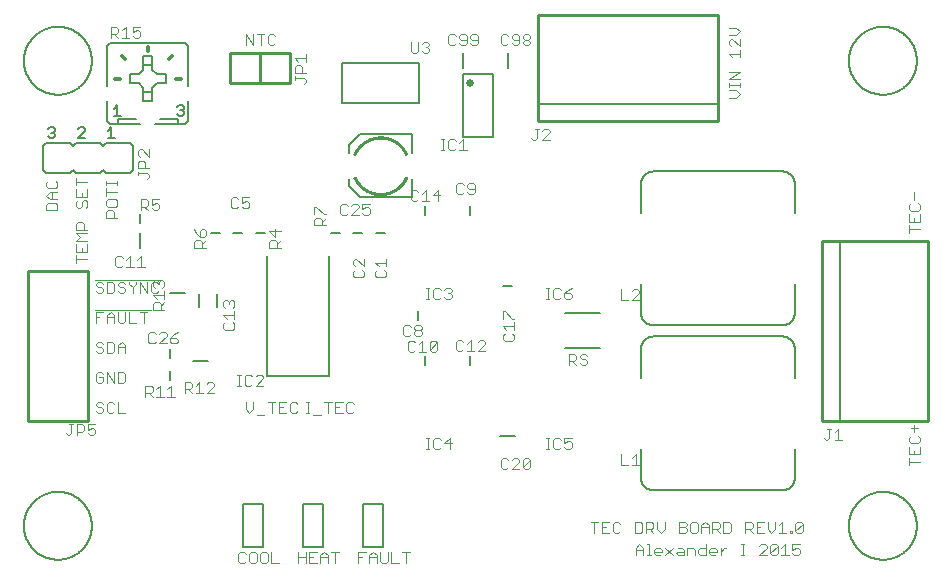
<source format=gto>
G75*
%MOIN*%
%OFA0B0*%
%FSLAX25Y25*%
%IPPOS*%
%LPD*%
%AMOC8*
5,1,8,0,0,1.08239X$1,22.5*
%
%ADD10C,0.00300*%
%ADD11C,0.00800*%
%ADD12C,0.02500*%
%ADD13C,0.01000*%
%ADD14C,0.00600*%
%ADD15C,0.01200*%
%ADD16C,0.00500*%
%ADD17C,0.00400*%
%ADD18C,0.00080*%
D10*
X0039767Y0056650D02*
X0040384Y0056650D01*
X0041002Y0057267D01*
X0041002Y0060353D01*
X0041619Y0060353D02*
X0040384Y0060353D01*
X0042833Y0060353D02*
X0044685Y0060353D01*
X0045302Y0059736D01*
X0045302Y0058502D01*
X0044685Y0057884D01*
X0042833Y0057884D01*
X0042833Y0056650D02*
X0042833Y0060353D01*
X0046516Y0060353D02*
X0046516Y0058502D01*
X0047751Y0059119D01*
X0048368Y0059119D01*
X0048985Y0058502D01*
X0048985Y0057267D01*
X0048368Y0056650D01*
X0047133Y0056650D01*
X0046516Y0057267D01*
X0046516Y0060353D02*
X0048985Y0060353D01*
X0049767Y0064150D02*
X0049150Y0064767D01*
X0049767Y0064150D02*
X0051002Y0064150D01*
X0051619Y0064767D01*
X0051619Y0065384D01*
X0051002Y0066002D01*
X0049767Y0066002D01*
X0049150Y0066619D01*
X0049150Y0067236D01*
X0049767Y0067853D01*
X0051002Y0067853D01*
X0051619Y0067236D01*
X0052833Y0067236D02*
X0052833Y0064767D01*
X0053450Y0064150D01*
X0054685Y0064150D01*
X0055302Y0064767D01*
X0056516Y0064150D02*
X0058985Y0064150D01*
X0056516Y0064150D02*
X0056516Y0067853D01*
X0055302Y0067236D02*
X0054685Y0067853D01*
X0053450Y0067853D01*
X0052833Y0067236D01*
X0065601Y0069525D02*
X0065601Y0073228D01*
X0067452Y0073228D01*
X0068069Y0072611D01*
X0068069Y0071376D01*
X0067452Y0070759D01*
X0065601Y0070759D01*
X0066835Y0070759D02*
X0068069Y0069525D01*
X0069284Y0069525D02*
X0071752Y0069525D01*
X0072967Y0069525D02*
X0075436Y0069525D01*
X0074201Y0069525D02*
X0074201Y0073228D01*
X0072967Y0071994D01*
X0070518Y0073228D02*
X0070518Y0069525D01*
X0069284Y0071994D02*
X0070518Y0073228D01*
X0078726Y0072009D02*
X0080577Y0072009D01*
X0081195Y0072626D01*
X0081195Y0073861D01*
X0080577Y0074478D01*
X0078726Y0074478D01*
X0078726Y0070775D01*
X0079960Y0072009D02*
X0081195Y0070775D01*
X0082409Y0070775D02*
X0084878Y0070775D01*
X0086092Y0070775D02*
X0088561Y0073244D01*
X0088561Y0073861D01*
X0087944Y0074478D01*
X0086709Y0074478D01*
X0086092Y0073861D01*
X0083643Y0074478D02*
X0083643Y0070775D01*
X0086092Y0070775D02*
X0088561Y0070775D01*
X0083643Y0074478D02*
X0082409Y0073244D01*
X0096296Y0073209D02*
X0097530Y0073209D01*
X0096913Y0073209D02*
X0096913Y0076912D01*
X0096296Y0076912D02*
X0097530Y0076912D01*
X0098751Y0076295D02*
X0098751Y0073826D01*
X0099369Y0073209D01*
X0100603Y0073209D01*
X0101220Y0073826D01*
X0102435Y0073209D02*
X0104903Y0075678D01*
X0104903Y0076295D01*
X0104286Y0076912D01*
X0103052Y0076912D01*
X0102435Y0076295D01*
X0101220Y0076295D02*
X0100603Y0076912D01*
X0099369Y0076912D01*
X0098751Y0076295D01*
X0102435Y0073209D02*
X0104903Y0073209D01*
X0106516Y0067853D02*
X0108985Y0067853D01*
X0110199Y0067853D02*
X0110199Y0064150D01*
X0112668Y0064150D01*
X0113883Y0064767D02*
X0114500Y0064150D01*
X0115734Y0064150D01*
X0116351Y0064767D01*
X0113883Y0064767D02*
X0113883Y0067236D01*
X0114500Y0067853D01*
X0115734Y0067853D01*
X0116351Y0067236D01*
X0119150Y0067853D02*
X0120384Y0067853D01*
X0119767Y0067853D02*
X0119767Y0064150D01*
X0119150Y0064150D02*
X0120384Y0064150D01*
X0121605Y0063533D02*
X0124074Y0063533D01*
X0126523Y0064150D02*
X0126523Y0067853D01*
X0125289Y0067853D02*
X0127757Y0067853D01*
X0128972Y0067853D02*
X0128972Y0064150D01*
X0131440Y0064150D01*
X0132655Y0064767D02*
X0132655Y0067236D01*
X0133272Y0067853D01*
X0134506Y0067853D01*
X0135124Y0067236D01*
X0135124Y0064767D02*
X0134506Y0064150D01*
X0133272Y0064150D01*
X0132655Y0064767D01*
X0130206Y0066002D02*
X0128972Y0066002D01*
X0128972Y0067853D02*
X0131440Y0067853D01*
X0112668Y0067853D02*
X0110199Y0067853D01*
X0110199Y0066002D02*
X0111434Y0066002D01*
X0107751Y0067853D02*
X0107751Y0064150D01*
X0105302Y0063533D02*
X0102833Y0063533D01*
X0101619Y0065384D02*
X0101619Y0067853D01*
X0099150Y0067853D02*
X0099150Y0065384D01*
X0100384Y0064150D01*
X0101619Y0065384D01*
X0076485Y0087892D02*
X0076485Y0088510D01*
X0075868Y0089127D01*
X0074016Y0089127D01*
X0074016Y0087892D01*
X0074633Y0087275D01*
X0075868Y0087275D01*
X0076485Y0087892D01*
X0075251Y0090361D02*
X0074016Y0089127D01*
X0072802Y0089744D02*
X0070333Y0087275D01*
X0072802Y0087275D01*
X0072802Y0089744D02*
X0072802Y0090361D01*
X0072185Y0090978D01*
X0070950Y0090978D01*
X0070333Y0090361D01*
X0069119Y0090361D02*
X0068502Y0090978D01*
X0067267Y0090978D01*
X0066650Y0090361D01*
X0066650Y0087892D01*
X0067267Y0087275D01*
X0068502Y0087275D01*
X0069119Y0087892D01*
X0075251Y0090361D02*
X0076485Y0090978D01*
X0065117Y0094150D02*
X0065117Y0097853D01*
X0063883Y0097853D02*
X0066351Y0097853D01*
X0067416Y0098450D02*
X0049000Y0098450D01*
X0049150Y0097853D02*
X0051619Y0097853D01*
X0052833Y0096619D02*
X0054068Y0097853D01*
X0055302Y0096619D01*
X0055302Y0094150D01*
X0056516Y0094767D02*
X0057133Y0094150D01*
X0058368Y0094150D01*
X0058985Y0094767D01*
X0058985Y0097853D01*
X0060199Y0097853D02*
X0060199Y0094150D01*
X0062668Y0094150D01*
X0056516Y0094767D02*
X0056516Y0097853D01*
X0055302Y0096002D02*
X0052833Y0096002D01*
X0052833Y0096619D02*
X0052833Y0094150D01*
X0050384Y0096002D02*
X0049150Y0096002D01*
X0049150Y0097853D02*
X0049150Y0094150D01*
X0049767Y0087853D02*
X0049150Y0087236D01*
X0049150Y0086619D01*
X0049767Y0086002D01*
X0051002Y0086002D01*
X0051619Y0085384D01*
X0051619Y0084767D01*
X0051002Y0084150D01*
X0049767Y0084150D01*
X0049150Y0084767D01*
X0049767Y0087853D02*
X0051002Y0087853D01*
X0051619Y0087236D01*
X0052833Y0087853D02*
X0054685Y0087853D01*
X0055302Y0087236D01*
X0055302Y0084767D01*
X0054685Y0084150D01*
X0052833Y0084150D01*
X0052833Y0087853D01*
X0056516Y0086619D02*
X0057751Y0087853D01*
X0058985Y0086619D01*
X0058985Y0084150D01*
X0058985Y0086002D02*
X0056516Y0086002D01*
X0056516Y0086619D02*
X0056516Y0084150D01*
X0056516Y0077853D02*
X0058368Y0077853D01*
X0058985Y0077236D01*
X0058985Y0074767D01*
X0058368Y0074150D01*
X0056516Y0074150D01*
X0056516Y0077853D01*
X0055302Y0077853D02*
X0055302Y0074150D01*
X0052833Y0077853D01*
X0052833Y0074150D01*
X0051619Y0074767D02*
X0051619Y0076002D01*
X0050384Y0076002D01*
X0049150Y0077236D02*
X0049150Y0074767D01*
X0049767Y0074150D01*
X0051002Y0074150D01*
X0051619Y0074767D01*
X0051619Y0077236D02*
X0051002Y0077853D01*
X0049767Y0077853D01*
X0049150Y0077236D01*
X0039150Y0057267D02*
X0039767Y0056650D01*
X0091647Y0092468D02*
X0092264Y0091851D01*
X0094733Y0091851D01*
X0095350Y0092468D01*
X0095350Y0093702D01*
X0094733Y0094319D01*
X0095350Y0095534D02*
X0095350Y0098002D01*
X0095350Y0096768D02*
X0091647Y0096768D01*
X0092881Y0095534D01*
X0092264Y0094319D02*
X0091647Y0093702D01*
X0091647Y0092468D01*
X0092264Y0099217D02*
X0091647Y0099834D01*
X0091647Y0101068D01*
X0092264Y0101686D01*
X0092881Y0101686D01*
X0093498Y0101068D01*
X0094116Y0101686D01*
X0094733Y0101686D01*
X0095350Y0101068D01*
X0095350Y0099834D01*
X0094733Y0099217D01*
X0093498Y0100451D02*
X0093498Y0101068D01*
X0071975Y0100994D02*
X0070740Y0099759D01*
X0070740Y0100376D02*
X0070740Y0098525D01*
X0071975Y0098525D02*
X0068272Y0098525D01*
X0068272Y0100376D01*
X0068889Y0100994D01*
X0070123Y0100994D01*
X0070740Y0100376D01*
X0069506Y0102208D02*
X0068272Y0103442D01*
X0071975Y0103442D01*
X0071975Y0102208D02*
X0071975Y0104677D01*
X0071358Y0105891D02*
X0071975Y0106508D01*
X0071975Y0107743D01*
X0071358Y0108360D01*
X0070740Y0108360D01*
X0070123Y0107743D01*
X0070123Y0107125D01*
X0070034Y0107236D02*
X0069417Y0107853D01*
X0068183Y0107853D01*
X0067566Y0107236D01*
X0067566Y0104767D01*
X0068183Y0104150D01*
X0069417Y0104150D01*
X0070034Y0104767D01*
X0068889Y0105891D02*
X0068272Y0106508D01*
X0068272Y0107743D01*
X0068889Y0108360D01*
X0069506Y0108360D01*
X0070123Y0107743D01*
X0071099Y0108450D02*
X0049000Y0108450D01*
X0049767Y0107853D02*
X0049150Y0107236D01*
X0049150Y0106619D01*
X0049767Y0106002D01*
X0051002Y0106002D01*
X0051619Y0105384D01*
X0051619Y0104767D01*
X0051002Y0104150D01*
X0049767Y0104150D01*
X0049150Y0104767D01*
X0049767Y0107853D02*
X0051002Y0107853D01*
X0051619Y0107236D01*
X0052833Y0107853D02*
X0052833Y0104150D01*
X0054685Y0104150D01*
X0055302Y0104767D01*
X0055302Y0107236D01*
X0054685Y0107853D01*
X0052833Y0107853D01*
X0056516Y0107236D02*
X0056516Y0106619D01*
X0057133Y0106002D01*
X0058368Y0106002D01*
X0058985Y0105384D01*
X0058985Y0104767D01*
X0058368Y0104150D01*
X0057133Y0104150D01*
X0056516Y0104767D01*
X0056516Y0107236D02*
X0057133Y0107853D01*
X0058368Y0107853D01*
X0058985Y0107236D01*
X0060199Y0107236D02*
X0061434Y0106002D01*
X0061434Y0104150D01*
X0061434Y0106002D02*
X0062668Y0107236D01*
X0062668Y0107853D01*
X0063883Y0107853D02*
X0066351Y0104150D01*
X0066351Y0107853D01*
X0063883Y0107853D02*
X0063883Y0104150D01*
X0060199Y0107236D02*
X0060199Y0107853D01*
X0060518Y0112650D02*
X0060518Y0116353D01*
X0059284Y0115119D01*
X0058069Y0115736D02*
X0057452Y0116353D01*
X0056218Y0116353D01*
X0055601Y0115736D01*
X0055601Y0113267D01*
X0056218Y0112650D01*
X0057452Y0112650D01*
X0058069Y0113267D01*
X0059284Y0112650D02*
X0061752Y0112650D01*
X0062967Y0112650D02*
X0065436Y0112650D01*
X0064201Y0112650D02*
X0064201Y0116353D01*
X0062967Y0115119D01*
X0046350Y0115384D02*
X0042647Y0115384D01*
X0042647Y0114150D02*
X0042647Y0116619D01*
X0042647Y0117833D02*
X0046350Y0117833D01*
X0046350Y0120302D01*
X0046350Y0121516D02*
X0042647Y0121516D01*
X0043881Y0122751D01*
X0042647Y0123985D01*
X0046350Y0123985D01*
X0046350Y0125199D02*
X0042647Y0125199D01*
X0042647Y0127051D01*
X0043264Y0127668D01*
X0044498Y0127668D01*
X0045116Y0127051D01*
X0045116Y0125199D01*
X0042647Y0120302D02*
X0042647Y0117833D01*
X0044498Y0117833D02*
X0044498Y0119068D01*
X0052647Y0129150D02*
X0052647Y0131002D01*
X0053264Y0131619D01*
X0054498Y0131619D01*
X0055116Y0131002D01*
X0055116Y0129150D01*
X0056350Y0129150D02*
X0052647Y0129150D01*
X0053264Y0132833D02*
X0055733Y0132833D01*
X0056350Y0133450D01*
X0056350Y0134685D01*
X0055733Y0135302D01*
X0053264Y0135302D01*
X0052647Y0134685D01*
X0052647Y0133450D01*
X0053264Y0132833D01*
X0052647Y0136516D02*
X0052647Y0138985D01*
X0052647Y0140199D02*
X0052647Y0141434D01*
X0052647Y0140817D02*
X0056350Y0140817D01*
X0056350Y0141434D02*
X0056350Y0140199D01*
X0056350Y0137751D02*
X0052647Y0137751D01*
X0046350Y0138718D02*
X0046350Y0136249D01*
X0042647Y0136249D01*
X0042647Y0138718D01*
X0042647Y0139932D02*
X0042647Y0142401D01*
X0042647Y0141166D02*
X0046350Y0141166D01*
X0044498Y0137483D02*
X0044498Y0136249D01*
X0045116Y0135034D02*
X0045733Y0135034D01*
X0046350Y0134417D01*
X0046350Y0133183D01*
X0045733Y0132566D01*
X0044498Y0133183D02*
X0044498Y0134417D01*
X0045116Y0135034D01*
X0043264Y0135034D02*
X0042647Y0134417D01*
X0042647Y0133183D01*
X0043264Y0132566D01*
X0043881Y0132566D01*
X0044498Y0133183D01*
X0036350Y0133502D02*
X0036350Y0131650D01*
X0032647Y0131650D01*
X0032647Y0133502D01*
X0033264Y0134119D01*
X0035733Y0134119D01*
X0036350Y0133502D01*
X0036350Y0135333D02*
X0033881Y0135333D01*
X0032647Y0136568D01*
X0033881Y0137802D01*
X0036350Y0137802D01*
X0035733Y0139016D02*
X0036350Y0139633D01*
X0036350Y0140868D01*
X0035733Y0141485D01*
X0035733Y0139016D02*
X0033264Y0139016D01*
X0032647Y0139633D01*
X0032647Y0140868D01*
X0033264Y0141485D01*
X0034498Y0137802D02*
X0034498Y0135333D01*
X0064150Y0135353D02*
X0064150Y0131650D01*
X0064150Y0132884D02*
X0066002Y0132884D01*
X0066619Y0133502D01*
X0066619Y0134736D01*
X0066002Y0135353D01*
X0064150Y0135353D01*
X0065384Y0132884D02*
X0066619Y0131650D01*
X0067833Y0132267D02*
X0068450Y0131650D01*
X0069685Y0131650D01*
X0070302Y0132267D01*
X0070302Y0133502D01*
X0069685Y0134119D01*
X0069068Y0134119D01*
X0067833Y0133502D01*
X0067833Y0135353D01*
X0070302Y0135353D01*
X0082022Y0125302D02*
X0082639Y0124068D01*
X0083873Y0122833D01*
X0083873Y0124685D01*
X0084490Y0125302D01*
X0085108Y0125302D01*
X0085725Y0124685D01*
X0085725Y0123450D01*
X0085108Y0122833D01*
X0083873Y0122833D01*
X0083873Y0121619D02*
X0082639Y0121619D01*
X0082022Y0121002D01*
X0082022Y0119150D01*
X0085725Y0119150D01*
X0084490Y0119150D02*
X0084490Y0121002D01*
X0083873Y0121619D01*
X0084490Y0120384D02*
X0085725Y0121619D01*
X0094767Y0132275D02*
X0096002Y0132275D01*
X0096619Y0132892D01*
X0097833Y0132892D02*
X0098450Y0132275D01*
X0099685Y0132275D01*
X0100302Y0132892D01*
X0100302Y0134127D01*
X0099685Y0134744D01*
X0099068Y0134744D01*
X0097833Y0134127D01*
X0097833Y0135978D01*
X0100302Y0135978D01*
X0096619Y0135361D02*
X0096002Y0135978D01*
X0094767Y0135978D01*
X0094150Y0135361D01*
X0094150Y0132892D01*
X0094767Y0132275D01*
X0107022Y0124685D02*
X0108873Y0122833D01*
X0108873Y0125302D01*
X0107022Y0124685D02*
X0110725Y0124685D01*
X0110725Y0121619D02*
X0109490Y0120384D01*
X0109490Y0121002D02*
X0109490Y0119150D01*
X0110725Y0119150D02*
X0107022Y0119150D01*
X0107022Y0121002D01*
X0107639Y0121619D01*
X0108873Y0121619D01*
X0109490Y0121002D01*
X0122022Y0126650D02*
X0122022Y0128502D01*
X0122639Y0129119D01*
X0123873Y0129119D01*
X0124490Y0128502D01*
X0124490Y0126650D01*
X0124490Y0127884D02*
X0125725Y0129119D01*
X0125725Y0130333D02*
X0125108Y0130333D01*
X0122639Y0132802D01*
X0122022Y0132802D01*
X0122022Y0130333D01*
X0122022Y0126650D02*
X0125725Y0126650D01*
X0130601Y0130767D02*
X0131218Y0130150D01*
X0132452Y0130150D01*
X0133069Y0130767D01*
X0134284Y0130150D02*
X0136752Y0132619D01*
X0136752Y0133236D01*
X0136135Y0133853D01*
X0134901Y0133853D01*
X0134284Y0133236D01*
X0133069Y0133236D02*
X0132452Y0133853D01*
X0131218Y0133853D01*
X0130601Y0133236D01*
X0130601Y0130767D01*
X0134284Y0130150D02*
X0136752Y0130150D01*
X0137967Y0130767D02*
X0138584Y0130150D01*
X0139818Y0130150D01*
X0140436Y0130767D01*
X0140436Y0132002D01*
X0139818Y0132619D01*
X0139201Y0132619D01*
X0137967Y0132002D01*
X0137967Y0133853D01*
X0140436Y0133853D01*
X0154150Y0135392D02*
X0154767Y0134775D01*
X0156002Y0134775D01*
X0156619Y0135392D01*
X0157833Y0134775D02*
X0160302Y0134775D01*
X0159068Y0134775D02*
X0159068Y0138478D01*
X0157833Y0137244D01*
X0156619Y0137861D02*
X0156002Y0138478D01*
X0154767Y0138478D01*
X0154150Y0137861D01*
X0154150Y0135392D01*
X0161516Y0136627D02*
X0163368Y0138478D01*
X0163368Y0134775D01*
X0163985Y0136627D02*
X0161516Y0136627D01*
X0169284Y0137642D02*
X0169284Y0140111D01*
X0169901Y0140728D01*
X0171135Y0140728D01*
X0171752Y0140111D01*
X0172967Y0140111D02*
X0172967Y0139494D01*
X0173584Y0138876D01*
X0175436Y0138876D01*
X0175436Y0137642D02*
X0175436Y0140111D01*
X0174818Y0140728D01*
X0173584Y0140728D01*
X0172967Y0140111D01*
X0172967Y0137642D02*
X0173584Y0137025D01*
X0174818Y0137025D01*
X0175436Y0137642D01*
X0171752Y0137642D02*
X0171135Y0137025D01*
X0169901Y0137025D01*
X0169284Y0137642D01*
X0168457Y0151650D02*
X0169074Y0152267D01*
X0168457Y0151650D02*
X0167223Y0151650D01*
X0166605Y0152267D01*
X0166605Y0154736D01*
X0167223Y0155353D01*
X0168457Y0155353D01*
X0169074Y0154736D01*
X0170289Y0154119D02*
X0171523Y0155353D01*
X0171523Y0151650D01*
X0170289Y0151650D02*
X0172757Y0151650D01*
X0165384Y0151650D02*
X0164150Y0151650D01*
X0164767Y0151650D02*
X0164767Y0155353D01*
X0164150Y0155353D02*
X0165384Y0155353D01*
X0194284Y0155767D02*
X0194901Y0155150D01*
X0195518Y0155150D01*
X0196135Y0155767D01*
X0196135Y0158853D01*
X0195518Y0158853D02*
X0196752Y0158853D01*
X0197967Y0158236D02*
X0198584Y0158853D01*
X0199818Y0158853D01*
X0200436Y0158236D01*
X0200436Y0157619D01*
X0197967Y0155150D01*
X0200436Y0155150D01*
X0160302Y0184767D02*
X0159685Y0184150D01*
X0158450Y0184150D01*
X0157833Y0184767D01*
X0156619Y0184767D02*
X0156619Y0187853D01*
X0157833Y0187236D02*
X0158450Y0187853D01*
X0159685Y0187853D01*
X0160302Y0187236D01*
X0160302Y0186619D01*
X0159685Y0186002D01*
X0160302Y0185384D01*
X0160302Y0184767D01*
X0159685Y0186002D02*
X0159068Y0186002D01*
X0156619Y0184767D02*
X0156002Y0184150D01*
X0154767Y0184150D01*
X0154150Y0184767D01*
X0154150Y0187853D01*
X0166650Y0187267D02*
X0167267Y0186650D01*
X0168502Y0186650D01*
X0169119Y0187267D01*
X0170333Y0187267D02*
X0170950Y0186650D01*
X0172185Y0186650D01*
X0172802Y0187267D01*
X0172802Y0189736D01*
X0172185Y0190353D01*
X0170950Y0190353D01*
X0170333Y0189736D01*
X0170333Y0189119D01*
X0170950Y0188502D01*
X0172802Y0188502D01*
X0174016Y0189119D02*
X0174633Y0188502D01*
X0176485Y0188502D01*
X0176485Y0189736D02*
X0175868Y0190353D01*
X0174633Y0190353D01*
X0174016Y0189736D01*
X0174016Y0189119D01*
X0174016Y0187267D02*
X0174633Y0186650D01*
X0175868Y0186650D01*
X0176485Y0187267D01*
X0176485Y0189736D01*
X0169119Y0189736D02*
X0168502Y0190353D01*
X0167267Y0190353D01*
X0166650Y0189736D01*
X0166650Y0187267D01*
X0184150Y0187267D02*
X0184767Y0186650D01*
X0186002Y0186650D01*
X0186619Y0187267D01*
X0187833Y0187267D02*
X0188450Y0186650D01*
X0189685Y0186650D01*
X0190302Y0187267D01*
X0190302Y0189736D01*
X0189685Y0190353D01*
X0188450Y0190353D01*
X0187833Y0189736D01*
X0187833Y0189119D01*
X0188450Y0188502D01*
X0190302Y0188502D01*
X0191516Y0189119D02*
X0191516Y0189736D01*
X0192133Y0190353D01*
X0193368Y0190353D01*
X0193985Y0189736D01*
X0193985Y0189119D01*
X0193368Y0188502D01*
X0192133Y0188502D01*
X0191516Y0189119D01*
X0192133Y0188502D02*
X0191516Y0187884D01*
X0191516Y0187267D01*
X0192133Y0186650D01*
X0193368Y0186650D01*
X0193985Y0187267D01*
X0193985Y0187884D01*
X0193368Y0188502D01*
X0186619Y0189736D02*
X0186002Y0190353D01*
X0184767Y0190353D01*
X0184150Y0189736D01*
X0184150Y0187267D01*
X0119150Y0183685D02*
X0119150Y0181216D01*
X0119150Y0182451D02*
X0115447Y0182451D01*
X0116681Y0181216D01*
X0116064Y0180002D02*
X0117298Y0180002D01*
X0117916Y0179385D01*
X0117916Y0177533D01*
X0119150Y0177533D02*
X0115447Y0177533D01*
X0115447Y0179385D01*
X0116064Y0180002D01*
X0115447Y0176319D02*
X0115447Y0175084D01*
X0115447Y0175702D02*
X0118533Y0175702D01*
X0119150Y0175084D01*
X0119150Y0174467D01*
X0118533Y0173850D01*
X0108368Y0186650D02*
X0107133Y0186650D01*
X0106516Y0187267D01*
X0106516Y0189736D01*
X0107133Y0190353D01*
X0108368Y0190353D01*
X0108985Y0189736D01*
X0108985Y0187267D02*
X0108368Y0186650D01*
X0105302Y0190353D02*
X0102833Y0190353D01*
X0101619Y0190353D02*
X0101619Y0186650D01*
X0099150Y0190353D01*
X0099150Y0186650D01*
X0104068Y0186650D02*
X0104068Y0190353D01*
X0063985Y0189767D02*
X0063368Y0189150D01*
X0062133Y0189150D01*
X0061516Y0189767D01*
X0061516Y0191002D02*
X0062751Y0191619D01*
X0063368Y0191619D01*
X0063985Y0191002D01*
X0063985Y0189767D01*
X0061516Y0191002D02*
X0061516Y0192853D01*
X0063985Y0192853D01*
X0059068Y0192853D02*
X0059068Y0189150D01*
X0060302Y0189150D02*
X0057833Y0189150D01*
X0056619Y0189150D02*
X0055384Y0190384D01*
X0056002Y0190384D02*
X0054150Y0190384D01*
X0054150Y0189150D02*
X0054150Y0192853D01*
X0056002Y0192853D01*
X0056619Y0192236D01*
X0056619Y0191002D01*
X0056002Y0190384D01*
X0057833Y0191619D02*
X0059068Y0192853D01*
X0135389Y0115436D02*
X0134772Y0114818D01*
X0134772Y0113584D01*
X0135389Y0112967D01*
X0135389Y0111752D02*
X0134772Y0111135D01*
X0134772Y0109901D01*
X0135389Y0109284D01*
X0137858Y0109284D01*
X0138475Y0109901D01*
X0138475Y0111135D01*
X0137858Y0111752D01*
X0138475Y0112967D02*
X0136006Y0115436D01*
X0135389Y0115436D01*
X0138475Y0115436D02*
X0138475Y0112967D01*
X0142272Y0114201D02*
X0145975Y0114201D01*
X0145975Y0112967D02*
X0145975Y0115436D01*
X0143506Y0112967D02*
X0142272Y0114201D01*
X0142889Y0111752D02*
X0142272Y0111135D01*
X0142272Y0109901D01*
X0142889Y0109284D01*
X0145358Y0109284D01*
X0145975Y0109901D01*
X0145975Y0111135D01*
X0145358Y0111752D01*
X0159150Y0105853D02*
X0160384Y0105853D01*
X0159767Y0105853D02*
X0159767Y0102150D01*
X0159150Y0102150D02*
X0160384Y0102150D01*
X0161605Y0102767D02*
X0162223Y0102150D01*
X0163457Y0102150D01*
X0164074Y0102767D01*
X0165289Y0102767D02*
X0165906Y0102150D01*
X0167140Y0102150D01*
X0167757Y0102767D01*
X0167757Y0103384D01*
X0167140Y0104002D01*
X0166523Y0104002D01*
X0167140Y0104002D02*
X0167757Y0104619D01*
X0167757Y0105236D01*
X0167140Y0105853D01*
X0165906Y0105853D01*
X0165289Y0105236D01*
X0164074Y0105236D02*
X0163457Y0105853D01*
X0162223Y0105853D01*
X0161605Y0105236D01*
X0161605Y0102767D01*
X0157185Y0093478D02*
X0155950Y0093478D01*
X0155333Y0092861D01*
X0155333Y0092244D01*
X0155950Y0091627D01*
X0157185Y0091627D01*
X0157802Y0091010D01*
X0157802Y0090392D01*
X0157185Y0089775D01*
X0155950Y0089775D01*
X0155333Y0090392D01*
X0155333Y0091010D01*
X0155950Y0091627D01*
X0157185Y0091627D02*
X0157802Y0092244D01*
X0157802Y0092861D01*
X0157185Y0093478D01*
X0154119Y0092861D02*
X0153502Y0093478D01*
X0152267Y0093478D01*
X0151650Y0092861D01*
X0151650Y0090392D01*
X0152267Y0089775D01*
X0153502Y0089775D01*
X0154119Y0090392D01*
X0153718Y0088228D02*
X0153101Y0087611D01*
X0153101Y0085142D01*
X0153718Y0084525D01*
X0154952Y0084525D01*
X0155569Y0085142D01*
X0156784Y0084525D02*
X0159252Y0084525D01*
X0158018Y0084525D02*
X0158018Y0088228D01*
X0156784Y0086994D01*
X0155569Y0087611D02*
X0154952Y0088228D01*
X0153718Y0088228D01*
X0160467Y0087611D02*
X0160467Y0085142D01*
X0162936Y0087611D01*
X0162936Y0085142D01*
X0162318Y0084525D01*
X0161084Y0084525D01*
X0160467Y0085142D01*
X0160467Y0087611D02*
X0161084Y0088228D01*
X0162318Y0088228D01*
X0162936Y0087611D01*
X0169150Y0087861D02*
X0169150Y0085392D01*
X0169767Y0084775D01*
X0171002Y0084775D01*
X0171619Y0085392D01*
X0172833Y0084775D02*
X0175302Y0084775D01*
X0176516Y0084775D02*
X0178985Y0087244D01*
X0178985Y0087861D01*
X0178368Y0088478D01*
X0177133Y0088478D01*
X0176516Y0087861D01*
X0174068Y0088478D02*
X0174068Y0084775D01*
X0176516Y0084775D02*
X0178985Y0084775D01*
X0174068Y0088478D02*
X0172833Y0087244D01*
X0171619Y0087861D02*
X0171002Y0088478D01*
X0169767Y0088478D01*
X0169150Y0087861D01*
X0184772Y0088718D02*
X0185389Y0088101D01*
X0187858Y0088101D01*
X0188475Y0088718D01*
X0188475Y0089952D01*
X0187858Y0090569D01*
X0188475Y0091784D02*
X0188475Y0094252D01*
X0188475Y0095467D02*
X0187858Y0095467D01*
X0185389Y0097936D01*
X0184772Y0097936D01*
X0184772Y0095467D01*
X0184772Y0093018D02*
X0188475Y0093018D01*
X0186006Y0091784D02*
X0184772Y0093018D01*
X0185389Y0090569D02*
X0184772Y0089952D01*
X0184772Y0088718D01*
X0206784Y0083853D02*
X0206784Y0080150D01*
X0206784Y0081384D02*
X0208635Y0081384D01*
X0209252Y0082002D01*
X0209252Y0083236D01*
X0208635Y0083853D01*
X0206784Y0083853D01*
X0208018Y0081384D02*
X0209252Y0080150D01*
X0210467Y0080767D02*
X0211084Y0080150D01*
X0212318Y0080150D01*
X0212936Y0080767D01*
X0212936Y0081384D01*
X0212318Y0082002D01*
X0211084Y0082002D01*
X0210467Y0082619D01*
X0210467Y0083236D01*
X0211084Y0083853D01*
X0212318Y0083853D01*
X0212936Y0083236D01*
X0207140Y0102150D02*
X0207757Y0102767D01*
X0207757Y0103384D01*
X0207140Y0104002D01*
X0205289Y0104002D01*
X0205289Y0102767D01*
X0205906Y0102150D01*
X0207140Y0102150D01*
X0205289Y0104002D02*
X0206523Y0105236D01*
X0207757Y0105853D01*
X0204074Y0105236D02*
X0203457Y0105853D01*
X0202223Y0105853D01*
X0201605Y0105236D01*
X0201605Y0102767D01*
X0202223Y0102150D01*
X0203457Y0102150D01*
X0204074Y0102767D01*
X0200384Y0102150D02*
X0199150Y0102150D01*
X0199767Y0102150D02*
X0199767Y0105853D01*
X0199150Y0105853D02*
X0200384Y0105853D01*
X0224150Y0105353D02*
X0224150Y0101650D01*
X0226619Y0101650D01*
X0227833Y0101650D02*
X0230302Y0104119D01*
X0230302Y0104736D01*
X0229685Y0105353D01*
X0228450Y0105353D01*
X0227833Y0104736D01*
X0227833Y0101650D02*
X0230302Y0101650D01*
X0293018Y0058853D02*
X0294252Y0058853D01*
X0293635Y0058853D02*
X0293635Y0055767D01*
X0293018Y0055150D01*
X0292401Y0055150D01*
X0291784Y0055767D01*
X0295467Y0055150D02*
X0297936Y0055150D01*
X0296701Y0055150D02*
X0296701Y0058853D01*
X0295467Y0057619D01*
X0320147Y0055868D02*
X0320147Y0054633D01*
X0320764Y0054016D01*
X0323233Y0054016D01*
X0323850Y0054633D01*
X0323850Y0055868D01*
X0323233Y0056485D01*
X0321998Y0057699D02*
X0321998Y0060168D01*
X0320764Y0058934D02*
X0323233Y0058934D01*
X0320764Y0056485D02*
X0320147Y0055868D01*
X0320147Y0052802D02*
X0320147Y0050333D01*
X0323850Y0050333D01*
X0323850Y0052802D01*
X0321998Y0051568D02*
X0321998Y0050333D01*
X0320147Y0049119D02*
X0320147Y0046650D01*
X0320147Y0047884D02*
X0323850Y0047884D01*
X0284757Y0027236D02*
X0282288Y0024767D01*
X0282905Y0024150D01*
X0284140Y0024150D01*
X0284757Y0024767D01*
X0284757Y0027236D01*
X0284140Y0027853D01*
X0282905Y0027853D01*
X0282288Y0027236D01*
X0282288Y0024767D01*
X0281064Y0024767D02*
X0281064Y0024150D01*
X0280447Y0024150D01*
X0280447Y0024767D01*
X0281064Y0024767D01*
X0279232Y0024150D02*
X0276763Y0024150D01*
X0277998Y0024150D02*
X0277998Y0027853D01*
X0276763Y0026619D01*
X0275549Y0025384D02*
X0275549Y0027853D01*
X0273080Y0027853D02*
X0273080Y0025384D01*
X0274315Y0024150D01*
X0275549Y0025384D01*
X0271866Y0024150D02*
X0269397Y0024150D01*
X0269397Y0027853D01*
X0271866Y0027853D01*
X0270632Y0026002D02*
X0269397Y0026002D01*
X0268183Y0026002D02*
X0267566Y0025384D01*
X0265714Y0025384D01*
X0265714Y0024150D02*
X0265714Y0027853D01*
X0267566Y0027853D01*
X0268183Y0027236D01*
X0268183Y0026002D01*
X0266948Y0025384D02*
X0268183Y0024150D01*
X0270896Y0020353D02*
X0270278Y0019736D01*
X0270896Y0020353D02*
X0272130Y0020353D01*
X0272747Y0019736D01*
X0272747Y0019119D01*
X0270278Y0016650D01*
X0272747Y0016650D01*
X0273962Y0017267D02*
X0274579Y0016650D01*
X0275813Y0016650D01*
X0276430Y0017267D01*
X0276430Y0019736D01*
X0273962Y0017267D01*
X0273962Y0019736D01*
X0274579Y0020353D01*
X0275813Y0020353D01*
X0276430Y0019736D01*
X0277645Y0019119D02*
X0278879Y0020353D01*
X0278879Y0016650D01*
X0277645Y0016650D02*
X0280113Y0016650D01*
X0281328Y0017267D02*
X0281945Y0016650D01*
X0283179Y0016650D01*
X0283797Y0017267D01*
X0283797Y0018502D01*
X0283179Y0019119D01*
X0282562Y0019119D01*
X0281328Y0018502D01*
X0281328Y0020353D01*
X0283797Y0020353D01*
X0265374Y0020353D02*
X0264140Y0020353D01*
X0264757Y0020353D02*
X0264757Y0016650D01*
X0264140Y0016650D02*
X0265374Y0016650D01*
X0259239Y0019119D02*
X0258622Y0019119D01*
X0257387Y0017884D01*
X0256173Y0017884D02*
X0253704Y0017884D01*
X0253704Y0017267D02*
X0253704Y0018502D01*
X0254321Y0019119D01*
X0255556Y0019119D01*
X0256173Y0018502D01*
X0256173Y0017884D01*
X0255556Y0016650D02*
X0254321Y0016650D01*
X0253704Y0017267D01*
X0252490Y0016650D02*
X0250638Y0016650D01*
X0250021Y0017267D01*
X0250021Y0018502D01*
X0250638Y0019119D01*
X0252490Y0019119D01*
X0252490Y0020353D02*
X0252490Y0016650D01*
X0248807Y0016650D02*
X0248807Y0018502D01*
X0248190Y0019119D01*
X0246338Y0019119D01*
X0246338Y0016650D01*
X0245124Y0016650D02*
X0243272Y0016650D01*
X0242655Y0017267D01*
X0243272Y0017884D01*
X0245124Y0017884D01*
X0245124Y0018502D02*
X0245124Y0016650D01*
X0245124Y0018502D02*
X0244506Y0019119D01*
X0243272Y0019119D01*
X0241440Y0019119D02*
X0238972Y0016650D01*
X0237757Y0017884D02*
X0235289Y0017884D01*
X0235289Y0017267D02*
X0235289Y0018502D01*
X0235906Y0019119D01*
X0237140Y0019119D01*
X0237757Y0018502D01*
X0237757Y0017884D01*
X0237140Y0016650D02*
X0235906Y0016650D01*
X0235289Y0017267D01*
X0234068Y0016650D02*
X0232833Y0016650D01*
X0233450Y0016650D02*
X0233450Y0020353D01*
X0232833Y0020353D01*
X0231619Y0019119D02*
X0231619Y0016650D01*
X0231619Y0018502D02*
X0229150Y0018502D01*
X0229150Y0019119D02*
X0229150Y0016650D01*
X0229150Y0019119D02*
X0230384Y0020353D01*
X0231619Y0019119D01*
X0230734Y0024150D02*
X0228883Y0024150D01*
X0228883Y0027853D01*
X0230734Y0027853D01*
X0231351Y0027236D01*
X0231351Y0024767D01*
X0230734Y0024150D01*
X0232566Y0024150D02*
X0232566Y0027853D01*
X0234417Y0027853D01*
X0235034Y0027236D01*
X0235034Y0026002D01*
X0234417Y0025384D01*
X0232566Y0025384D01*
X0233800Y0025384D02*
X0235034Y0024150D01*
X0236249Y0025384D02*
X0237483Y0024150D01*
X0238718Y0025384D01*
X0238718Y0027853D01*
X0236249Y0027853D02*
X0236249Y0025384D01*
X0238972Y0019119D02*
X0241440Y0016650D01*
X0243615Y0024150D02*
X0245467Y0024150D01*
X0246084Y0024767D01*
X0246084Y0025384D01*
X0245467Y0026002D01*
X0243615Y0026002D01*
X0243615Y0027853D02*
X0243615Y0024150D01*
X0245467Y0026002D02*
X0246084Y0026619D01*
X0246084Y0027236D01*
X0245467Y0027853D01*
X0243615Y0027853D01*
X0247298Y0027236D02*
X0247298Y0024767D01*
X0247915Y0024150D01*
X0249150Y0024150D01*
X0249767Y0024767D01*
X0249767Y0027236D01*
X0249150Y0027853D01*
X0247915Y0027853D01*
X0247298Y0027236D01*
X0250981Y0026619D02*
X0250981Y0024150D01*
X0250981Y0026002D02*
X0253450Y0026002D01*
X0253450Y0026619D02*
X0253450Y0024150D01*
X0254665Y0024150D02*
X0254665Y0027853D01*
X0256516Y0027853D01*
X0257133Y0027236D01*
X0257133Y0026002D01*
X0256516Y0025384D01*
X0254665Y0025384D01*
X0255899Y0025384D02*
X0257133Y0024150D01*
X0258348Y0024150D02*
X0260199Y0024150D01*
X0260817Y0024767D01*
X0260817Y0027236D01*
X0260199Y0027853D01*
X0258348Y0027853D01*
X0258348Y0024150D01*
X0257387Y0019119D02*
X0257387Y0016650D01*
X0253450Y0026619D02*
X0252216Y0027853D01*
X0250981Y0026619D01*
X0223985Y0027236D02*
X0223368Y0027853D01*
X0222133Y0027853D01*
X0221516Y0027236D01*
X0221516Y0024767D01*
X0222133Y0024150D01*
X0223368Y0024150D01*
X0223985Y0024767D01*
X0220302Y0024150D02*
X0217833Y0024150D01*
X0217833Y0027853D01*
X0220302Y0027853D01*
X0219068Y0026002D02*
X0217833Y0026002D01*
X0216619Y0027853D02*
X0214150Y0027853D01*
X0215384Y0027853D02*
X0215384Y0024150D01*
X0193985Y0046017D02*
X0193368Y0045400D01*
X0192133Y0045400D01*
X0191516Y0046017D01*
X0193985Y0048486D01*
X0193985Y0046017D01*
X0191516Y0046017D02*
X0191516Y0048486D01*
X0192133Y0049103D01*
X0193368Y0049103D01*
X0193985Y0048486D01*
X0190302Y0048486D02*
X0189685Y0049103D01*
X0188450Y0049103D01*
X0187833Y0048486D01*
X0186619Y0048486D02*
X0186002Y0049103D01*
X0184767Y0049103D01*
X0184150Y0048486D01*
X0184150Y0046017D01*
X0184767Y0045400D01*
X0186002Y0045400D01*
X0186619Y0046017D01*
X0187833Y0045400D02*
X0190302Y0047869D01*
X0190302Y0048486D01*
X0190302Y0045400D02*
X0187833Y0045400D01*
X0199150Y0052150D02*
X0200384Y0052150D01*
X0199767Y0052150D02*
X0199767Y0055853D01*
X0199150Y0055853D02*
X0200384Y0055853D01*
X0201605Y0055236D02*
X0201605Y0052767D01*
X0202223Y0052150D01*
X0203457Y0052150D01*
X0204074Y0052767D01*
X0205289Y0052767D02*
X0205906Y0052150D01*
X0207140Y0052150D01*
X0207757Y0052767D01*
X0207757Y0054002D01*
X0207140Y0054619D01*
X0206523Y0054619D01*
X0205289Y0054002D01*
X0205289Y0055853D01*
X0207757Y0055853D01*
X0204074Y0055236D02*
X0203457Y0055853D01*
X0202223Y0055853D01*
X0201605Y0055236D01*
X0224150Y0050353D02*
X0224150Y0046650D01*
X0226619Y0046650D01*
X0227833Y0046650D02*
X0230302Y0046650D01*
X0229068Y0046650D02*
X0229068Y0050353D01*
X0227833Y0049119D01*
X0167757Y0054002D02*
X0165289Y0054002D01*
X0167140Y0055853D01*
X0167140Y0052150D01*
X0164074Y0052767D02*
X0163457Y0052150D01*
X0162223Y0052150D01*
X0161605Y0052767D01*
X0161605Y0055236D01*
X0162223Y0055853D01*
X0163457Y0055853D01*
X0164074Y0055236D01*
X0160384Y0055853D02*
X0159150Y0055853D01*
X0159767Y0055853D02*
X0159767Y0052150D01*
X0159150Y0052150D02*
X0160384Y0052150D01*
X0153851Y0017853D02*
X0151383Y0017853D01*
X0152617Y0017853D02*
X0152617Y0014150D01*
X0150168Y0014150D02*
X0147699Y0014150D01*
X0147699Y0017853D01*
X0146485Y0017853D02*
X0146485Y0014767D01*
X0145868Y0014150D01*
X0144633Y0014150D01*
X0144016Y0014767D01*
X0144016Y0017853D01*
X0142802Y0016619D02*
X0142802Y0014150D01*
X0142802Y0016002D02*
X0140333Y0016002D01*
X0140333Y0016619D02*
X0141568Y0017853D01*
X0142802Y0016619D01*
X0140333Y0016619D02*
X0140333Y0014150D01*
X0137884Y0016002D02*
X0136650Y0016002D01*
X0136650Y0017853D02*
X0136650Y0014150D01*
X0136650Y0017853D02*
X0139119Y0017853D01*
X0130168Y0017853D02*
X0127699Y0017853D01*
X0128934Y0017853D02*
X0128934Y0014150D01*
X0126485Y0014150D02*
X0126485Y0016619D01*
X0125251Y0017853D01*
X0124016Y0016619D01*
X0124016Y0014150D01*
X0122802Y0014150D02*
X0120333Y0014150D01*
X0120333Y0017853D01*
X0122802Y0017853D01*
X0124016Y0016002D02*
X0126485Y0016002D01*
X0121568Y0016002D02*
X0120333Y0016002D01*
X0119119Y0016002D02*
X0116650Y0016002D01*
X0116650Y0017853D02*
X0116650Y0014150D01*
X0119119Y0014150D02*
X0119119Y0017853D01*
X0110168Y0014150D02*
X0107699Y0014150D01*
X0107699Y0017853D01*
X0106485Y0017236D02*
X0105868Y0017853D01*
X0104633Y0017853D01*
X0104016Y0017236D01*
X0104016Y0014767D01*
X0104633Y0014150D01*
X0105868Y0014150D01*
X0106485Y0014767D01*
X0106485Y0017236D01*
X0102802Y0017236D02*
X0102185Y0017853D01*
X0100950Y0017853D01*
X0100333Y0017236D01*
X0100333Y0014767D01*
X0100950Y0014150D01*
X0102185Y0014150D01*
X0102802Y0014767D01*
X0102802Y0017236D01*
X0099119Y0017236D02*
X0098502Y0017853D01*
X0097267Y0017853D01*
X0096650Y0017236D01*
X0096650Y0014767D01*
X0097267Y0014150D01*
X0098502Y0014150D01*
X0099119Y0014767D01*
X0320147Y0124150D02*
X0320147Y0126619D01*
X0320147Y0127833D02*
X0323850Y0127833D01*
X0323850Y0130302D01*
X0323233Y0131516D02*
X0323850Y0132133D01*
X0323850Y0133368D01*
X0323233Y0133985D01*
X0321998Y0135199D02*
X0321998Y0137668D01*
X0320764Y0133985D02*
X0320147Y0133368D01*
X0320147Y0132133D01*
X0320764Y0131516D01*
X0323233Y0131516D01*
X0320147Y0130302D02*
X0320147Y0127833D01*
X0321998Y0127833D02*
X0321998Y0129068D01*
X0320147Y0125384D02*
X0323850Y0125384D01*
X0263850Y0170384D02*
X0262616Y0169150D01*
X0260147Y0169150D01*
X0262616Y0171619D02*
X0263850Y0170384D01*
X0262616Y0171619D02*
X0260147Y0171619D01*
X0260147Y0172833D02*
X0260147Y0174068D01*
X0260147Y0173450D02*
X0263850Y0173450D01*
X0263850Y0172833D02*
X0263850Y0174068D01*
X0263850Y0175289D02*
X0260147Y0175289D01*
X0263850Y0177757D01*
X0260147Y0177757D01*
X0261381Y0182655D02*
X0260147Y0183889D01*
X0263850Y0183889D01*
X0263850Y0182655D02*
X0263850Y0185124D01*
X0263850Y0186338D02*
X0261381Y0188807D01*
X0260764Y0188807D01*
X0260147Y0188190D01*
X0260147Y0186955D01*
X0260764Y0186338D01*
X0263850Y0186338D02*
X0263850Y0188807D01*
X0262616Y0190021D02*
X0263850Y0191256D01*
X0262616Y0192490D01*
X0260147Y0192490D01*
X0260147Y0190021D02*
X0262616Y0190021D01*
D11*
X0025181Y0026500D02*
X0025184Y0026778D01*
X0025195Y0027055D01*
X0025212Y0027333D01*
X0025236Y0027609D01*
X0025266Y0027886D01*
X0025304Y0028161D01*
X0025348Y0028435D01*
X0025398Y0028708D01*
X0025456Y0028980D01*
X0025520Y0029250D01*
X0025591Y0029519D01*
X0025668Y0029786D01*
X0025752Y0030051D01*
X0025843Y0030313D01*
X0025939Y0030574D01*
X0026043Y0030832D01*
X0026152Y0031087D01*
X0026268Y0031339D01*
X0026390Y0031589D01*
X0026518Y0031836D01*
X0026651Y0032079D01*
X0026791Y0032319D01*
X0026937Y0032556D01*
X0027089Y0032788D01*
X0027246Y0033018D01*
X0027408Y0033243D01*
X0027577Y0033464D01*
X0027750Y0033681D01*
X0027929Y0033893D01*
X0028113Y0034101D01*
X0028302Y0034305D01*
X0028496Y0034504D01*
X0028695Y0034698D01*
X0028899Y0034887D01*
X0029107Y0035071D01*
X0029319Y0035250D01*
X0029536Y0035423D01*
X0029757Y0035592D01*
X0029982Y0035754D01*
X0030212Y0035911D01*
X0030444Y0036063D01*
X0030681Y0036209D01*
X0030921Y0036349D01*
X0031164Y0036482D01*
X0031411Y0036610D01*
X0031661Y0036732D01*
X0031913Y0036848D01*
X0032168Y0036957D01*
X0032426Y0037061D01*
X0032687Y0037157D01*
X0032949Y0037248D01*
X0033214Y0037332D01*
X0033481Y0037409D01*
X0033750Y0037480D01*
X0034020Y0037544D01*
X0034292Y0037602D01*
X0034565Y0037652D01*
X0034839Y0037696D01*
X0035114Y0037734D01*
X0035391Y0037764D01*
X0035667Y0037788D01*
X0035945Y0037805D01*
X0036222Y0037816D01*
X0036500Y0037819D01*
X0036778Y0037816D01*
X0037055Y0037805D01*
X0037333Y0037788D01*
X0037609Y0037764D01*
X0037886Y0037734D01*
X0038161Y0037696D01*
X0038435Y0037652D01*
X0038708Y0037602D01*
X0038980Y0037544D01*
X0039250Y0037480D01*
X0039519Y0037409D01*
X0039786Y0037332D01*
X0040051Y0037248D01*
X0040313Y0037157D01*
X0040574Y0037061D01*
X0040832Y0036957D01*
X0041087Y0036848D01*
X0041339Y0036732D01*
X0041589Y0036610D01*
X0041836Y0036482D01*
X0042079Y0036349D01*
X0042319Y0036209D01*
X0042556Y0036063D01*
X0042788Y0035911D01*
X0043018Y0035754D01*
X0043243Y0035592D01*
X0043464Y0035423D01*
X0043681Y0035250D01*
X0043893Y0035071D01*
X0044101Y0034887D01*
X0044305Y0034698D01*
X0044504Y0034504D01*
X0044698Y0034305D01*
X0044887Y0034101D01*
X0045071Y0033893D01*
X0045250Y0033681D01*
X0045423Y0033464D01*
X0045592Y0033243D01*
X0045754Y0033018D01*
X0045911Y0032788D01*
X0046063Y0032556D01*
X0046209Y0032319D01*
X0046349Y0032079D01*
X0046482Y0031836D01*
X0046610Y0031589D01*
X0046732Y0031339D01*
X0046848Y0031087D01*
X0046957Y0030832D01*
X0047061Y0030574D01*
X0047157Y0030313D01*
X0047248Y0030051D01*
X0047332Y0029786D01*
X0047409Y0029519D01*
X0047480Y0029250D01*
X0047544Y0028980D01*
X0047602Y0028708D01*
X0047652Y0028435D01*
X0047696Y0028161D01*
X0047734Y0027886D01*
X0047764Y0027609D01*
X0047788Y0027333D01*
X0047805Y0027055D01*
X0047816Y0026778D01*
X0047819Y0026500D01*
X0047816Y0026222D01*
X0047805Y0025945D01*
X0047788Y0025667D01*
X0047764Y0025391D01*
X0047734Y0025114D01*
X0047696Y0024839D01*
X0047652Y0024565D01*
X0047602Y0024292D01*
X0047544Y0024020D01*
X0047480Y0023750D01*
X0047409Y0023481D01*
X0047332Y0023214D01*
X0047248Y0022949D01*
X0047157Y0022687D01*
X0047061Y0022426D01*
X0046957Y0022168D01*
X0046848Y0021913D01*
X0046732Y0021661D01*
X0046610Y0021411D01*
X0046482Y0021164D01*
X0046349Y0020921D01*
X0046209Y0020681D01*
X0046063Y0020444D01*
X0045911Y0020212D01*
X0045754Y0019982D01*
X0045592Y0019757D01*
X0045423Y0019536D01*
X0045250Y0019319D01*
X0045071Y0019107D01*
X0044887Y0018899D01*
X0044698Y0018695D01*
X0044504Y0018496D01*
X0044305Y0018302D01*
X0044101Y0018113D01*
X0043893Y0017929D01*
X0043681Y0017750D01*
X0043464Y0017577D01*
X0043243Y0017408D01*
X0043018Y0017246D01*
X0042788Y0017089D01*
X0042556Y0016937D01*
X0042319Y0016791D01*
X0042079Y0016651D01*
X0041836Y0016518D01*
X0041589Y0016390D01*
X0041339Y0016268D01*
X0041087Y0016152D01*
X0040832Y0016043D01*
X0040574Y0015939D01*
X0040313Y0015843D01*
X0040051Y0015752D01*
X0039786Y0015668D01*
X0039519Y0015591D01*
X0039250Y0015520D01*
X0038980Y0015456D01*
X0038708Y0015398D01*
X0038435Y0015348D01*
X0038161Y0015304D01*
X0037886Y0015266D01*
X0037609Y0015236D01*
X0037333Y0015212D01*
X0037055Y0015195D01*
X0036778Y0015184D01*
X0036500Y0015181D01*
X0036222Y0015184D01*
X0035945Y0015195D01*
X0035667Y0015212D01*
X0035391Y0015236D01*
X0035114Y0015266D01*
X0034839Y0015304D01*
X0034565Y0015348D01*
X0034292Y0015398D01*
X0034020Y0015456D01*
X0033750Y0015520D01*
X0033481Y0015591D01*
X0033214Y0015668D01*
X0032949Y0015752D01*
X0032687Y0015843D01*
X0032426Y0015939D01*
X0032168Y0016043D01*
X0031913Y0016152D01*
X0031661Y0016268D01*
X0031411Y0016390D01*
X0031164Y0016518D01*
X0030921Y0016651D01*
X0030681Y0016791D01*
X0030444Y0016937D01*
X0030212Y0017089D01*
X0029982Y0017246D01*
X0029757Y0017408D01*
X0029536Y0017577D01*
X0029319Y0017750D01*
X0029107Y0017929D01*
X0028899Y0018113D01*
X0028695Y0018302D01*
X0028496Y0018496D01*
X0028302Y0018695D01*
X0028113Y0018899D01*
X0027929Y0019107D01*
X0027750Y0019319D01*
X0027577Y0019536D01*
X0027408Y0019757D01*
X0027246Y0019982D01*
X0027089Y0020212D01*
X0026937Y0020444D01*
X0026791Y0020681D01*
X0026651Y0020921D01*
X0026518Y0021164D01*
X0026390Y0021411D01*
X0026268Y0021661D01*
X0026152Y0021913D01*
X0026043Y0022168D01*
X0025939Y0022426D01*
X0025843Y0022687D01*
X0025752Y0022949D01*
X0025668Y0023214D01*
X0025591Y0023481D01*
X0025520Y0023750D01*
X0025456Y0024020D01*
X0025398Y0024292D01*
X0025348Y0024565D01*
X0025304Y0024839D01*
X0025266Y0025114D01*
X0025236Y0025391D01*
X0025212Y0025667D01*
X0025195Y0025945D01*
X0025184Y0026222D01*
X0025181Y0026500D01*
X0098063Y0019313D02*
X0098063Y0033687D01*
X0104937Y0033687D01*
X0104937Y0019313D01*
X0098063Y0019313D01*
X0118063Y0019313D02*
X0118063Y0033687D01*
X0124937Y0033687D01*
X0124937Y0019313D01*
X0118063Y0019313D01*
X0138063Y0019313D02*
X0138063Y0033687D01*
X0144937Y0033687D01*
X0144937Y0019313D01*
X0138063Y0019313D01*
X0184000Y0056500D02*
X0189000Y0056500D01*
X0174000Y0080000D02*
X0174000Y0083000D01*
X0159000Y0083000D02*
X0159000Y0080000D01*
X0156500Y0095000D02*
X0156500Y0098000D01*
X0185000Y0106500D02*
X0188000Y0106500D01*
X0205602Y0097299D02*
X0217299Y0097299D01*
X0230909Y0097346D02*
X0230909Y0107189D01*
X0230909Y0097346D02*
X0230911Y0097222D01*
X0230917Y0097099D01*
X0230926Y0096975D01*
X0230940Y0096853D01*
X0230957Y0096730D01*
X0230979Y0096608D01*
X0231004Y0096487D01*
X0231033Y0096367D01*
X0231065Y0096248D01*
X0231102Y0096129D01*
X0231142Y0096012D01*
X0231185Y0095897D01*
X0231233Y0095782D01*
X0231284Y0095670D01*
X0231338Y0095559D01*
X0231396Y0095449D01*
X0231457Y0095342D01*
X0231522Y0095236D01*
X0231590Y0095133D01*
X0231661Y0095032D01*
X0231735Y0094933D01*
X0231812Y0094836D01*
X0231893Y0094742D01*
X0231976Y0094651D01*
X0232062Y0094562D01*
X0232151Y0094476D01*
X0232242Y0094393D01*
X0232336Y0094312D01*
X0232433Y0094235D01*
X0232532Y0094161D01*
X0232633Y0094090D01*
X0232736Y0094022D01*
X0232842Y0093957D01*
X0232949Y0093896D01*
X0233059Y0093838D01*
X0233170Y0093784D01*
X0233282Y0093733D01*
X0233397Y0093685D01*
X0233512Y0093642D01*
X0233629Y0093602D01*
X0233748Y0093565D01*
X0233867Y0093533D01*
X0233987Y0093504D01*
X0234108Y0093479D01*
X0234230Y0093457D01*
X0234353Y0093440D01*
X0234475Y0093426D01*
X0234599Y0093417D01*
X0234722Y0093411D01*
X0234846Y0093409D01*
X0278154Y0093409D01*
X0278154Y0089591D02*
X0234846Y0089591D01*
X0234722Y0089589D01*
X0234599Y0089583D01*
X0234475Y0089574D01*
X0234353Y0089560D01*
X0234230Y0089543D01*
X0234108Y0089521D01*
X0233987Y0089496D01*
X0233867Y0089467D01*
X0233748Y0089435D01*
X0233629Y0089398D01*
X0233512Y0089358D01*
X0233397Y0089315D01*
X0233282Y0089267D01*
X0233170Y0089216D01*
X0233059Y0089162D01*
X0232949Y0089104D01*
X0232842Y0089043D01*
X0232736Y0088978D01*
X0232633Y0088910D01*
X0232532Y0088839D01*
X0232433Y0088765D01*
X0232336Y0088688D01*
X0232242Y0088607D01*
X0232151Y0088524D01*
X0232062Y0088438D01*
X0231976Y0088349D01*
X0231893Y0088258D01*
X0231812Y0088164D01*
X0231735Y0088067D01*
X0231661Y0087968D01*
X0231590Y0087867D01*
X0231522Y0087764D01*
X0231457Y0087658D01*
X0231396Y0087551D01*
X0231338Y0087441D01*
X0231284Y0087330D01*
X0231233Y0087218D01*
X0231185Y0087103D01*
X0231142Y0086988D01*
X0231102Y0086871D01*
X0231065Y0086752D01*
X0231033Y0086633D01*
X0231004Y0086513D01*
X0230979Y0086392D01*
X0230957Y0086270D01*
X0230940Y0086147D01*
X0230926Y0086025D01*
X0230917Y0085901D01*
X0230911Y0085778D01*
X0230909Y0085654D01*
X0230909Y0075811D01*
X0217299Y0085701D02*
X0205602Y0085701D01*
X0230909Y0052189D02*
X0230909Y0042346D01*
X0230911Y0042222D01*
X0230917Y0042099D01*
X0230926Y0041975D01*
X0230940Y0041853D01*
X0230957Y0041730D01*
X0230979Y0041608D01*
X0231004Y0041487D01*
X0231033Y0041367D01*
X0231065Y0041248D01*
X0231102Y0041129D01*
X0231142Y0041012D01*
X0231185Y0040897D01*
X0231233Y0040782D01*
X0231284Y0040670D01*
X0231338Y0040559D01*
X0231396Y0040449D01*
X0231457Y0040342D01*
X0231522Y0040236D01*
X0231590Y0040133D01*
X0231661Y0040032D01*
X0231735Y0039933D01*
X0231812Y0039836D01*
X0231893Y0039742D01*
X0231976Y0039651D01*
X0232062Y0039562D01*
X0232151Y0039476D01*
X0232242Y0039393D01*
X0232336Y0039312D01*
X0232433Y0039235D01*
X0232532Y0039161D01*
X0232633Y0039090D01*
X0232736Y0039022D01*
X0232842Y0038957D01*
X0232949Y0038896D01*
X0233059Y0038838D01*
X0233170Y0038784D01*
X0233282Y0038733D01*
X0233397Y0038685D01*
X0233512Y0038642D01*
X0233629Y0038602D01*
X0233748Y0038565D01*
X0233867Y0038533D01*
X0233987Y0038504D01*
X0234108Y0038479D01*
X0234230Y0038457D01*
X0234353Y0038440D01*
X0234475Y0038426D01*
X0234599Y0038417D01*
X0234722Y0038411D01*
X0234846Y0038409D01*
X0278154Y0038409D01*
X0278278Y0038411D01*
X0278401Y0038417D01*
X0278525Y0038426D01*
X0278647Y0038440D01*
X0278770Y0038457D01*
X0278892Y0038479D01*
X0279013Y0038504D01*
X0279133Y0038533D01*
X0279252Y0038565D01*
X0279371Y0038602D01*
X0279488Y0038642D01*
X0279603Y0038685D01*
X0279718Y0038733D01*
X0279830Y0038784D01*
X0279941Y0038838D01*
X0280051Y0038896D01*
X0280158Y0038957D01*
X0280264Y0039022D01*
X0280367Y0039090D01*
X0280468Y0039161D01*
X0280567Y0039235D01*
X0280664Y0039312D01*
X0280758Y0039393D01*
X0280849Y0039476D01*
X0280938Y0039562D01*
X0281024Y0039651D01*
X0281107Y0039742D01*
X0281188Y0039836D01*
X0281265Y0039933D01*
X0281339Y0040032D01*
X0281410Y0040133D01*
X0281478Y0040236D01*
X0281543Y0040342D01*
X0281604Y0040449D01*
X0281662Y0040559D01*
X0281716Y0040670D01*
X0281767Y0040782D01*
X0281815Y0040897D01*
X0281858Y0041012D01*
X0281898Y0041129D01*
X0281935Y0041248D01*
X0281967Y0041367D01*
X0281996Y0041487D01*
X0282021Y0041608D01*
X0282043Y0041730D01*
X0282060Y0041853D01*
X0282074Y0041975D01*
X0282083Y0042099D01*
X0282089Y0042222D01*
X0282091Y0042346D01*
X0282091Y0052189D01*
X0297189Y0061500D02*
X0297189Y0121500D01*
X0282091Y0130811D02*
X0282091Y0140654D01*
X0282089Y0140778D01*
X0282083Y0140901D01*
X0282074Y0141025D01*
X0282060Y0141147D01*
X0282043Y0141270D01*
X0282021Y0141392D01*
X0281996Y0141513D01*
X0281967Y0141633D01*
X0281935Y0141752D01*
X0281898Y0141871D01*
X0281858Y0141988D01*
X0281815Y0142103D01*
X0281767Y0142218D01*
X0281716Y0142330D01*
X0281662Y0142441D01*
X0281604Y0142551D01*
X0281543Y0142658D01*
X0281478Y0142764D01*
X0281410Y0142867D01*
X0281339Y0142968D01*
X0281265Y0143067D01*
X0281188Y0143164D01*
X0281107Y0143258D01*
X0281024Y0143349D01*
X0280938Y0143438D01*
X0280849Y0143524D01*
X0280758Y0143607D01*
X0280664Y0143688D01*
X0280567Y0143765D01*
X0280468Y0143839D01*
X0280367Y0143910D01*
X0280264Y0143978D01*
X0280158Y0144043D01*
X0280051Y0144104D01*
X0279941Y0144162D01*
X0279830Y0144216D01*
X0279718Y0144267D01*
X0279603Y0144315D01*
X0279488Y0144358D01*
X0279371Y0144398D01*
X0279252Y0144435D01*
X0279133Y0144467D01*
X0279013Y0144496D01*
X0278892Y0144521D01*
X0278770Y0144543D01*
X0278647Y0144560D01*
X0278525Y0144574D01*
X0278401Y0144583D01*
X0278278Y0144589D01*
X0278154Y0144591D01*
X0234846Y0144591D01*
X0234722Y0144589D01*
X0234599Y0144583D01*
X0234475Y0144574D01*
X0234353Y0144560D01*
X0234230Y0144543D01*
X0234108Y0144521D01*
X0233987Y0144496D01*
X0233867Y0144467D01*
X0233748Y0144435D01*
X0233629Y0144398D01*
X0233512Y0144358D01*
X0233397Y0144315D01*
X0233282Y0144267D01*
X0233170Y0144216D01*
X0233059Y0144162D01*
X0232949Y0144104D01*
X0232842Y0144043D01*
X0232736Y0143978D01*
X0232633Y0143910D01*
X0232532Y0143839D01*
X0232433Y0143765D01*
X0232336Y0143688D01*
X0232242Y0143607D01*
X0232151Y0143524D01*
X0232062Y0143438D01*
X0231976Y0143349D01*
X0231893Y0143258D01*
X0231812Y0143164D01*
X0231735Y0143067D01*
X0231661Y0142968D01*
X0231590Y0142867D01*
X0231522Y0142764D01*
X0231457Y0142658D01*
X0231396Y0142551D01*
X0231338Y0142441D01*
X0231284Y0142330D01*
X0231233Y0142218D01*
X0231185Y0142103D01*
X0231142Y0141988D01*
X0231102Y0141871D01*
X0231065Y0141752D01*
X0231033Y0141633D01*
X0231004Y0141513D01*
X0230979Y0141392D01*
X0230957Y0141270D01*
X0230940Y0141147D01*
X0230926Y0141025D01*
X0230917Y0140901D01*
X0230911Y0140778D01*
X0230909Y0140654D01*
X0230909Y0130811D01*
X0181500Y0156000D02*
X0171500Y0156000D01*
X0171500Y0177000D01*
X0181500Y0177000D01*
X0181500Y0156000D01*
X0196500Y0167189D02*
X0256500Y0167189D01*
X0300181Y0181500D02*
X0300184Y0181778D01*
X0300195Y0182055D01*
X0300212Y0182333D01*
X0300236Y0182609D01*
X0300266Y0182886D01*
X0300304Y0183161D01*
X0300348Y0183435D01*
X0300398Y0183708D01*
X0300456Y0183980D01*
X0300520Y0184250D01*
X0300591Y0184519D01*
X0300668Y0184786D01*
X0300752Y0185051D01*
X0300843Y0185313D01*
X0300939Y0185574D01*
X0301043Y0185832D01*
X0301152Y0186087D01*
X0301268Y0186339D01*
X0301390Y0186589D01*
X0301518Y0186836D01*
X0301651Y0187079D01*
X0301791Y0187319D01*
X0301937Y0187556D01*
X0302089Y0187788D01*
X0302246Y0188018D01*
X0302408Y0188243D01*
X0302577Y0188464D01*
X0302750Y0188681D01*
X0302929Y0188893D01*
X0303113Y0189101D01*
X0303302Y0189305D01*
X0303496Y0189504D01*
X0303695Y0189698D01*
X0303899Y0189887D01*
X0304107Y0190071D01*
X0304319Y0190250D01*
X0304536Y0190423D01*
X0304757Y0190592D01*
X0304982Y0190754D01*
X0305212Y0190911D01*
X0305444Y0191063D01*
X0305681Y0191209D01*
X0305921Y0191349D01*
X0306164Y0191482D01*
X0306411Y0191610D01*
X0306661Y0191732D01*
X0306913Y0191848D01*
X0307168Y0191957D01*
X0307426Y0192061D01*
X0307687Y0192157D01*
X0307949Y0192248D01*
X0308214Y0192332D01*
X0308481Y0192409D01*
X0308750Y0192480D01*
X0309020Y0192544D01*
X0309292Y0192602D01*
X0309565Y0192652D01*
X0309839Y0192696D01*
X0310114Y0192734D01*
X0310391Y0192764D01*
X0310667Y0192788D01*
X0310945Y0192805D01*
X0311222Y0192816D01*
X0311500Y0192819D01*
X0311778Y0192816D01*
X0312055Y0192805D01*
X0312333Y0192788D01*
X0312609Y0192764D01*
X0312886Y0192734D01*
X0313161Y0192696D01*
X0313435Y0192652D01*
X0313708Y0192602D01*
X0313980Y0192544D01*
X0314250Y0192480D01*
X0314519Y0192409D01*
X0314786Y0192332D01*
X0315051Y0192248D01*
X0315313Y0192157D01*
X0315574Y0192061D01*
X0315832Y0191957D01*
X0316087Y0191848D01*
X0316339Y0191732D01*
X0316589Y0191610D01*
X0316836Y0191482D01*
X0317079Y0191349D01*
X0317319Y0191209D01*
X0317556Y0191063D01*
X0317788Y0190911D01*
X0318018Y0190754D01*
X0318243Y0190592D01*
X0318464Y0190423D01*
X0318681Y0190250D01*
X0318893Y0190071D01*
X0319101Y0189887D01*
X0319305Y0189698D01*
X0319504Y0189504D01*
X0319698Y0189305D01*
X0319887Y0189101D01*
X0320071Y0188893D01*
X0320250Y0188681D01*
X0320423Y0188464D01*
X0320592Y0188243D01*
X0320754Y0188018D01*
X0320911Y0187788D01*
X0321063Y0187556D01*
X0321209Y0187319D01*
X0321349Y0187079D01*
X0321482Y0186836D01*
X0321610Y0186589D01*
X0321732Y0186339D01*
X0321848Y0186087D01*
X0321957Y0185832D01*
X0322061Y0185574D01*
X0322157Y0185313D01*
X0322248Y0185051D01*
X0322332Y0184786D01*
X0322409Y0184519D01*
X0322480Y0184250D01*
X0322544Y0183980D01*
X0322602Y0183708D01*
X0322652Y0183435D01*
X0322696Y0183161D01*
X0322734Y0182886D01*
X0322764Y0182609D01*
X0322788Y0182333D01*
X0322805Y0182055D01*
X0322816Y0181778D01*
X0322819Y0181500D01*
X0322816Y0181222D01*
X0322805Y0180945D01*
X0322788Y0180667D01*
X0322764Y0180391D01*
X0322734Y0180114D01*
X0322696Y0179839D01*
X0322652Y0179565D01*
X0322602Y0179292D01*
X0322544Y0179020D01*
X0322480Y0178750D01*
X0322409Y0178481D01*
X0322332Y0178214D01*
X0322248Y0177949D01*
X0322157Y0177687D01*
X0322061Y0177426D01*
X0321957Y0177168D01*
X0321848Y0176913D01*
X0321732Y0176661D01*
X0321610Y0176411D01*
X0321482Y0176164D01*
X0321349Y0175921D01*
X0321209Y0175681D01*
X0321063Y0175444D01*
X0320911Y0175212D01*
X0320754Y0174982D01*
X0320592Y0174757D01*
X0320423Y0174536D01*
X0320250Y0174319D01*
X0320071Y0174107D01*
X0319887Y0173899D01*
X0319698Y0173695D01*
X0319504Y0173496D01*
X0319305Y0173302D01*
X0319101Y0173113D01*
X0318893Y0172929D01*
X0318681Y0172750D01*
X0318464Y0172577D01*
X0318243Y0172408D01*
X0318018Y0172246D01*
X0317788Y0172089D01*
X0317556Y0171937D01*
X0317319Y0171791D01*
X0317079Y0171651D01*
X0316836Y0171518D01*
X0316589Y0171390D01*
X0316339Y0171268D01*
X0316087Y0171152D01*
X0315832Y0171043D01*
X0315574Y0170939D01*
X0315313Y0170843D01*
X0315051Y0170752D01*
X0314786Y0170668D01*
X0314519Y0170591D01*
X0314250Y0170520D01*
X0313980Y0170456D01*
X0313708Y0170398D01*
X0313435Y0170348D01*
X0313161Y0170304D01*
X0312886Y0170266D01*
X0312609Y0170236D01*
X0312333Y0170212D01*
X0312055Y0170195D01*
X0311778Y0170184D01*
X0311500Y0170181D01*
X0311222Y0170184D01*
X0310945Y0170195D01*
X0310667Y0170212D01*
X0310391Y0170236D01*
X0310114Y0170266D01*
X0309839Y0170304D01*
X0309565Y0170348D01*
X0309292Y0170398D01*
X0309020Y0170456D01*
X0308750Y0170520D01*
X0308481Y0170591D01*
X0308214Y0170668D01*
X0307949Y0170752D01*
X0307687Y0170843D01*
X0307426Y0170939D01*
X0307168Y0171043D01*
X0306913Y0171152D01*
X0306661Y0171268D01*
X0306411Y0171390D01*
X0306164Y0171518D01*
X0305921Y0171651D01*
X0305681Y0171791D01*
X0305444Y0171937D01*
X0305212Y0172089D01*
X0304982Y0172246D01*
X0304757Y0172408D01*
X0304536Y0172577D01*
X0304319Y0172750D01*
X0304107Y0172929D01*
X0303899Y0173113D01*
X0303695Y0173302D01*
X0303496Y0173496D01*
X0303302Y0173695D01*
X0303113Y0173899D01*
X0302929Y0174107D01*
X0302750Y0174319D01*
X0302577Y0174536D01*
X0302408Y0174757D01*
X0302246Y0174982D01*
X0302089Y0175212D01*
X0301937Y0175444D01*
X0301791Y0175681D01*
X0301651Y0175921D01*
X0301518Y0176164D01*
X0301390Y0176411D01*
X0301268Y0176661D01*
X0301152Y0176913D01*
X0301043Y0177168D01*
X0300939Y0177426D01*
X0300843Y0177687D01*
X0300752Y0177949D01*
X0300668Y0178214D01*
X0300591Y0178481D01*
X0300520Y0178750D01*
X0300456Y0179020D01*
X0300398Y0179292D01*
X0300348Y0179565D01*
X0300304Y0179839D01*
X0300266Y0180114D01*
X0300236Y0180391D01*
X0300212Y0180667D01*
X0300195Y0180945D01*
X0300184Y0181222D01*
X0300181Y0181500D01*
X0186500Y0184000D02*
X0186500Y0179000D01*
X0171500Y0179000D02*
X0171500Y0184000D01*
X0156900Y0180606D02*
X0131100Y0180606D01*
X0131100Y0167394D01*
X0156900Y0167394D01*
X0156900Y0180606D01*
X0154433Y0156933D02*
X0137110Y0156933D01*
X0133567Y0153390D01*
X0133567Y0150831D01*
X0133567Y0142169D02*
X0133567Y0139610D01*
X0137110Y0136067D01*
X0154433Y0136067D01*
X0154433Y0142169D01*
X0154433Y0150831D02*
X0154433Y0156933D01*
X0159000Y0133000D02*
X0159000Y0130000D01*
X0145500Y0124000D02*
X0142500Y0124000D01*
X0138000Y0124000D02*
X0135000Y0124000D01*
X0130500Y0124000D02*
X0127500Y0124000D01*
X0126736Y0116579D02*
X0126736Y0076421D01*
X0106264Y0076421D01*
X0106264Y0116579D01*
X0105500Y0124000D02*
X0102500Y0124000D01*
X0098000Y0124000D02*
X0095000Y0124000D01*
X0090500Y0124000D02*
X0087500Y0124000D01*
X0064000Y0124000D02*
X0064000Y0119000D01*
X0064000Y0127500D02*
X0064000Y0130500D01*
X0074000Y0104000D02*
X0079000Y0104000D01*
X0083500Y0103606D02*
X0083500Y0099394D01*
X0089500Y0099394D02*
X0089500Y0103606D01*
X0074000Y0085500D02*
X0074000Y0082500D01*
X0074000Y0078000D02*
X0074000Y0075000D01*
X0081500Y0081500D02*
X0086500Y0081500D01*
X0174000Y0130000D02*
X0174000Y0133000D01*
X0278154Y0093409D02*
X0278278Y0093411D01*
X0278401Y0093417D01*
X0278525Y0093426D01*
X0278647Y0093440D01*
X0278770Y0093457D01*
X0278892Y0093479D01*
X0279013Y0093504D01*
X0279133Y0093533D01*
X0279252Y0093565D01*
X0279371Y0093602D01*
X0279488Y0093642D01*
X0279603Y0093685D01*
X0279718Y0093733D01*
X0279830Y0093784D01*
X0279941Y0093838D01*
X0280051Y0093896D01*
X0280158Y0093957D01*
X0280264Y0094022D01*
X0280367Y0094090D01*
X0280468Y0094161D01*
X0280567Y0094235D01*
X0280664Y0094312D01*
X0280758Y0094393D01*
X0280849Y0094476D01*
X0280938Y0094562D01*
X0281024Y0094651D01*
X0281107Y0094742D01*
X0281188Y0094836D01*
X0281265Y0094933D01*
X0281339Y0095032D01*
X0281410Y0095133D01*
X0281478Y0095236D01*
X0281543Y0095342D01*
X0281604Y0095449D01*
X0281662Y0095559D01*
X0281716Y0095670D01*
X0281767Y0095782D01*
X0281815Y0095897D01*
X0281858Y0096012D01*
X0281898Y0096129D01*
X0281935Y0096248D01*
X0281967Y0096367D01*
X0281996Y0096487D01*
X0282021Y0096608D01*
X0282043Y0096730D01*
X0282060Y0096853D01*
X0282074Y0096975D01*
X0282083Y0097099D01*
X0282089Y0097222D01*
X0282091Y0097346D01*
X0282091Y0107189D01*
X0282091Y0085654D02*
X0282091Y0075811D01*
X0282091Y0085654D02*
X0282089Y0085778D01*
X0282083Y0085901D01*
X0282074Y0086025D01*
X0282060Y0086147D01*
X0282043Y0086270D01*
X0282021Y0086392D01*
X0281996Y0086513D01*
X0281967Y0086633D01*
X0281935Y0086752D01*
X0281898Y0086871D01*
X0281858Y0086988D01*
X0281815Y0087103D01*
X0281767Y0087218D01*
X0281716Y0087330D01*
X0281662Y0087441D01*
X0281604Y0087551D01*
X0281543Y0087658D01*
X0281478Y0087764D01*
X0281410Y0087867D01*
X0281339Y0087968D01*
X0281265Y0088067D01*
X0281188Y0088164D01*
X0281107Y0088258D01*
X0281024Y0088349D01*
X0280938Y0088438D01*
X0280849Y0088524D01*
X0280758Y0088607D01*
X0280664Y0088688D01*
X0280567Y0088765D01*
X0280468Y0088839D01*
X0280367Y0088910D01*
X0280264Y0088978D01*
X0280158Y0089043D01*
X0280051Y0089104D01*
X0279941Y0089162D01*
X0279830Y0089216D01*
X0279718Y0089267D01*
X0279603Y0089315D01*
X0279488Y0089358D01*
X0279371Y0089398D01*
X0279252Y0089435D01*
X0279133Y0089467D01*
X0279013Y0089496D01*
X0278892Y0089521D01*
X0278770Y0089543D01*
X0278647Y0089560D01*
X0278525Y0089574D01*
X0278401Y0089583D01*
X0278278Y0089589D01*
X0278154Y0089591D01*
X0300181Y0026500D02*
X0300184Y0026778D01*
X0300195Y0027055D01*
X0300212Y0027333D01*
X0300236Y0027609D01*
X0300266Y0027886D01*
X0300304Y0028161D01*
X0300348Y0028435D01*
X0300398Y0028708D01*
X0300456Y0028980D01*
X0300520Y0029250D01*
X0300591Y0029519D01*
X0300668Y0029786D01*
X0300752Y0030051D01*
X0300843Y0030313D01*
X0300939Y0030574D01*
X0301043Y0030832D01*
X0301152Y0031087D01*
X0301268Y0031339D01*
X0301390Y0031589D01*
X0301518Y0031836D01*
X0301651Y0032079D01*
X0301791Y0032319D01*
X0301937Y0032556D01*
X0302089Y0032788D01*
X0302246Y0033018D01*
X0302408Y0033243D01*
X0302577Y0033464D01*
X0302750Y0033681D01*
X0302929Y0033893D01*
X0303113Y0034101D01*
X0303302Y0034305D01*
X0303496Y0034504D01*
X0303695Y0034698D01*
X0303899Y0034887D01*
X0304107Y0035071D01*
X0304319Y0035250D01*
X0304536Y0035423D01*
X0304757Y0035592D01*
X0304982Y0035754D01*
X0305212Y0035911D01*
X0305444Y0036063D01*
X0305681Y0036209D01*
X0305921Y0036349D01*
X0306164Y0036482D01*
X0306411Y0036610D01*
X0306661Y0036732D01*
X0306913Y0036848D01*
X0307168Y0036957D01*
X0307426Y0037061D01*
X0307687Y0037157D01*
X0307949Y0037248D01*
X0308214Y0037332D01*
X0308481Y0037409D01*
X0308750Y0037480D01*
X0309020Y0037544D01*
X0309292Y0037602D01*
X0309565Y0037652D01*
X0309839Y0037696D01*
X0310114Y0037734D01*
X0310391Y0037764D01*
X0310667Y0037788D01*
X0310945Y0037805D01*
X0311222Y0037816D01*
X0311500Y0037819D01*
X0311778Y0037816D01*
X0312055Y0037805D01*
X0312333Y0037788D01*
X0312609Y0037764D01*
X0312886Y0037734D01*
X0313161Y0037696D01*
X0313435Y0037652D01*
X0313708Y0037602D01*
X0313980Y0037544D01*
X0314250Y0037480D01*
X0314519Y0037409D01*
X0314786Y0037332D01*
X0315051Y0037248D01*
X0315313Y0037157D01*
X0315574Y0037061D01*
X0315832Y0036957D01*
X0316087Y0036848D01*
X0316339Y0036732D01*
X0316589Y0036610D01*
X0316836Y0036482D01*
X0317079Y0036349D01*
X0317319Y0036209D01*
X0317556Y0036063D01*
X0317788Y0035911D01*
X0318018Y0035754D01*
X0318243Y0035592D01*
X0318464Y0035423D01*
X0318681Y0035250D01*
X0318893Y0035071D01*
X0319101Y0034887D01*
X0319305Y0034698D01*
X0319504Y0034504D01*
X0319698Y0034305D01*
X0319887Y0034101D01*
X0320071Y0033893D01*
X0320250Y0033681D01*
X0320423Y0033464D01*
X0320592Y0033243D01*
X0320754Y0033018D01*
X0320911Y0032788D01*
X0321063Y0032556D01*
X0321209Y0032319D01*
X0321349Y0032079D01*
X0321482Y0031836D01*
X0321610Y0031589D01*
X0321732Y0031339D01*
X0321848Y0031087D01*
X0321957Y0030832D01*
X0322061Y0030574D01*
X0322157Y0030313D01*
X0322248Y0030051D01*
X0322332Y0029786D01*
X0322409Y0029519D01*
X0322480Y0029250D01*
X0322544Y0028980D01*
X0322602Y0028708D01*
X0322652Y0028435D01*
X0322696Y0028161D01*
X0322734Y0027886D01*
X0322764Y0027609D01*
X0322788Y0027333D01*
X0322805Y0027055D01*
X0322816Y0026778D01*
X0322819Y0026500D01*
X0322816Y0026222D01*
X0322805Y0025945D01*
X0322788Y0025667D01*
X0322764Y0025391D01*
X0322734Y0025114D01*
X0322696Y0024839D01*
X0322652Y0024565D01*
X0322602Y0024292D01*
X0322544Y0024020D01*
X0322480Y0023750D01*
X0322409Y0023481D01*
X0322332Y0023214D01*
X0322248Y0022949D01*
X0322157Y0022687D01*
X0322061Y0022426D01*
X0321957Y0022168D01*
X0321848Y0021913D01*
X0321732Y0021661D01*
X0321610Y0021411D01*
X0321482Y0021164D01*
X0321349Y0020921D01*
X0321209Y0020681D01*
X0321063Y0020444D01*
X0320911Y0020212D01*
X0320754Y0019982D01*
X0320592Y0019757D01*
X0320423Y0019536D01*
X0320250Y0019319D01*
X0320071Y0019107D01*
X0319887Y0018899D01*
X0319698Y0018695D01*
X0319504Y0018496D01*
X0319305Y0018302D01*
X0319101Y0018113D01*
X0318893Y0017929D01*
X0318681Y0017750D01*
X0318464Y0017577D01*
X0318243Y0017408D01*
X0318018Y0017246D01*
X0317788Y0017089D01*
X0317556Y0016937D01*
X0317319Y0016791D01*
X0317079Y0016651D01*
X0316836Y0016518D01*
X0316589Y0016390D01*
X0316339Y0016268D01*
X0316087Y0016152D01*
X0315832Y0016043D01*
X0315574Y0015939D01*
X0315313Y0015843D01*
X0315051Y0015752D01*
X0314786Y0015668D01*
X0314519Y0015591D01*
X0314250Y0015520D01*
X0313980Y0015456D01*
X0313708Y0015398D01*
X0313435Y0015348D01*
X0313161Y0015304D01*
X0312886Y0015266D01*
X0312609Y0015236D01*
X0312333Y0015212D01*
X0312055Y0015195D01*
X0311778Y0015184D01*
X0311500Y0015181D01*
X0311222Y0015184D01*
X0310945Y0015195D01*
X0310667Y0015212D01*
X0310391Y0015236D01*
X0310114Y0015266D01*
X0309839Y0015304D01*
X0309565Y0015348D01*
X0309292Y0015398D01*
X0309020Y0015456D01*
X0308750Y0015520D01*
X0308481Y0015591D01*
X0308214Y0015668D01*
X0307949Y0015752D01*
X0307687Y0015843D01*
X0307426Y0015939D01*
X0307168Y0016043D01*
X0306913Y0016152D01*
X0306661Y0016268D01*
X0306411Y0016390D01*
X0306164Y0016518D01*
X0305921Y0016651D01*
X0305681Y0016791D01*
X0305444Y0016937D01*
X0305212Y0017089D01*
X0304982Y0017246D01*
X0304757Y0017408D01*
X0304536Y0017577D01*
X0304319Y0017750D01*
X0304107Y0017929D01*
X0303899Y0018113D01*
X0303695Y0018302D01*
X0303496Y0018496D01*
X0303302Y0018695D01*
X0303113Y0018899D01*
X0302929Y0019107D01*
X0302750Y0019319D01*
X0302577Y0019536D01*
X0302408Y0019757D01*
X0302246Y0019982D01*
X0302089Y0020212D01*
X0301937Y0020444D01*
X0301791Y0020681D01*
X0301651Y0020921D01*
X0301518Y0021164D01*
X0301390Y0021411D01*
X0301268Y0021661D01*
X0301152Y0021913D01*
X0301043Y0022168D01*
X0300939Y0022426D01*
X0300843Y0022687D01*
X0300752Y0022949D01*
X0300668Y0023214D01*
X0300591Y0023481D01*
X0300520Y0023750D01*
X0300456Y0024020D01*
X0300398Y0024292D01*
X0300348Y0024565D01*
X0300304Y0024839D01*
X0300266Y0025114D01*
X0300236Y0025391D01*
X0300212Y0025667D01*
X0300195Y0025945D01*
X0300184Y0026222D01*
X0300181Y0026500D01*
X0025181Y0181500D02*
X0025184Y0181778D01*
X0025195Y0182055D01*
X0025212Y0182333D01*
X0025236Y0182609D01*
X0025266Y0182886D01*
X0025304Y0183161D01*
X0025348Y0183435D01*
X0025398Y0183708D01*
X0025456Y0183980D01*
X0025520Y0184250D01*
X0025591Y0184519D01*
X0025668Y0184786D01*
X0025752Y0185051D01*
X0025843Y0185313D01*
X0025939Y0185574D01*
X0026043Y0185832D01*
X0026152Y0186087D01*
X0026268Y0186339D01*
X0026390Y0186589D01*
X0026518Y0186836D01*
X0026651Y0187079D01*
X0026791Y0187319D01*
X0026937Y0187556D01*
X0027089Y0187788D01*
X0027246Y0188018D01*
X0027408Y0188243D01*
X0027577Y0188464D01*
X0027750Y0188681D01*
X0027929Y0188893D01*
X0028113Y0189101D01*
X0028302Y0189305D01*
X0028496Y0189504D01*
X0028695Y0189698D01*
X0028899Y0189887D01*
X0029107Y0190071D01*
X0029319Y0190250D01*
X0029536Y0190423D01*
X0029757Y0190592D01*
X0029982Y0190754D01*
X0030212Y0190911D01*
X0030444Y0191063D01*
X0030681Y0191209D01*
X0030921Y0191349D01*
X0031164Y0191482D01*
X0031411Y0191610D01*
X0031661Y0191732D01*
X0031913Y0191848D01*
X0032168Y0191957D01*
X0032426Y0192061D01*
X0032687Y0192157D01*
X0032949Y0192248D01*
X0033214Y0192332D01*
X0033481Y0192409D01*
X0033750Y0192480D01*
X0034020Y0192544D01*
X0034292Y0192602D01*
X0034565Y0192652D01*
X0034839Y0192696D01*
X0035114Y0192734D01*
X0035391Y0192764D01*
X0035667Y0192788D01*
X0035945Y0192805D01*
X0036222Y0192816D01*
X0036500Y0192819D01*
X0036778Y0192816D01*
X0037055Y0192805D01*
X0037333Y0192788D01*
X0037609Y0192764D01*
X0037886Y0192734D01*
X0038161Y0192696D01*
X0038435Y0192652D01*
X0038708Y0192602D01*
X0038980Y0192544D01*
X0039250Y0192480D01*
X0039519Y0192409D01*
X0039786Y0192332D01*
X0040051Y0192248D01*
X0040313Y0192157D01*
X0040574Y0192061D01*
X0040832Y0191957D01*
X0041087Y0191848D01*
X0041339Y0191732D01*
X0041589Y0191610D01*
X0041836Y0191482D01*
X0042079Y0191349D01*
X0042319Y0191209D01*
X0042556Y0191063D01*
X0042788Y0190911D01*
X0043018Y0190754D01*
X0043243Y0190592D01*
X0043464Y0190423D01*
X0043681Y0190250D01*
X0043893Y0190071D01*
X0044101Y0189887D01*
X0044305Y0189698D01*
X0044504Y0189504D01*
X0044698Y0189305D01*
X0044887Y0189101D01*
X0045071Y0188893D01*
X0045250Y0188681D01*
X0045423Y0188464D01*
X0045592Y0188243D01*
X0045754Y0188018D01*
X0045911Y0187788D01*
X0046063Y0187556D01*
X0046209Y0187319D01*
X0046349Y0187079D01*
X0046482Y0186836D01*
X0046610Y0186589D01*
X0046732Y0186339D01*
X0046848Y0186087D01*
X0046957Y0185832D01*
X0047061Y0185574D01*
X0047157Y0185313D01*
X0047248Y0185051D01*
X0047332Y0184786D01*
X0047409Y0184519D01*
X0047480Y0184250D01*
X0047544Y0183980D01*
X0047602Y0183708D01*
X0047652Y0183435D01*
X0047696Y0183161D01*
X0047734Y0182886D01*
X0047764Y0182609D01*
X0047788Y0182333D01*
X0047805Y0182055D01*
X0047816Y0181778D01*
X0047819Y0181500D01*
X0047816Y0181222D01*
X0047805Y0180945D01*
X0047788Y0180667D01*
X0047764Y0180391D01*
X0047734Y0180114D01*
X0047696Y0179839D01*
X0047652Y0179565D01*
X0047602Y0179292D01*
X0047544Y0179020D01*
X0047480Y0178750D01*
X0047409Y0178481D01*
X0047332Y0178214D01*
X0047248Y0177949D01*
X0047157Y0177687D01*
X0047061Y0177426D01*
X0046957Y0177168D01*
X0046848Y0176913D01*
X0046732Y0176661D01*
X0046610Y0176411D01*
X0046482Y0176164D01*
X0046349Y0175921D01*
X0046209Y0175681D01*
X0046063Y0175444D01*
X0045911Y0175212D01*
X0045754Y0174982D01*
X0045592Y0174757D01*
X0045423Y0174536D01*
X0045250Y0174319D01*
X0045071Y0174107D01*
X0044887Y0173899D01*
X0044698Y0173695D01*
X0044504Y0173496D01*
X0044305Y0173302D01*
X0044101Y0173113D01*
X0043893Y0172929D01*
X0043681Y0172750D01*
X0043464Y0172577D01*
X0043243Y0172408D01*
X0043018Y0172246D01*
X0042788Y0172089D01*
X0042556Y0171937D01*
X0042319Y0171791D01*
X0042079Y0171651D01*
X0041836Y0171518D01*
X0041589Y0171390D01*
X0041339Y0171268D01*
X0041087Y0171152D01*
X0040832Y0171043D01*
X0040574Y0170939D01*
X0040313Y0170843D01*
X0040051Y0170752D01*
X0039786Y0170668D01*
X0039519Y0170591D01*
X0039250Y0170520D01*
X0038980Y0170456D01*
X0038708Y0170398D01*
X0038435Y0170348D01*
X0038161Y0170304D01*
X0037886Y0170266D01*
X0037609Y0170236D01*
X0037333Y0170212D01*
X0037055Y0170195D01*
X0036778Y0170184D01*
X0036500Y0170181D01*
X0036222Y0170184D01*
X0035945Y0170195D01*
X0035667Y0170212D01*
X0035391Y0170236D01*
X0035114Y0170266D01*
X0034839Y0170304D01*
X0034565Y0170348D01*
X0034292Y0170398D01*
X0034020Y0170456D01*
X0033750Y0170520D01*
X0033481Y0170591D01*
X0033214Y0170668D01*
X0032949Y0170752D01*
X0032687Y0170843D01*
X0032426Y0170939D01*
X0032168Y0171043D01*
X0031913Y0171152D01*
X0031661Y0171268D01*
X0031411Y0171390D01*
X0031164Y0171518D01*
X0030921Y0171651D01*
X0030681Y0171791D01*
X0030444Y0171937D01*
X0030212Y0172089D01*
X0029982Y0172246D01*
X0029757Y0172408D01*
X0029536Y0172577D01*
X0029319Y0172750D01*
X0029107Y0172929D01*
X0028899Y0173113D01*
X0028695Y0173302D01*
X0028496Y0173496D01*
X0028302Y0173695D01*
X0028113Y0173899D01*
X0027929Y0174107D01*
X0027750Y0174319D01*
X0027577Y0174536D01*
X0027408Y0174757D01*
X0027246Y0174982D01*
X0027089Y0175212D01*
X0026937Y0175444D01*
X0026791Y0175681D01*
X0026651Y0175921D01*
X0026518Y0176164D01*
X0026390Y0176411D01*
X0026268Y0176661D01*
X0026152Y0176913D01*
X0026043Y0177168D01*
X0025939Y0177426D01*
X0025843Y0177687D01*
X0025752Y0177949D01*
X0025668Y0178214D01*
X0025591Y0178481D01*
X0025520Y0178750D01*
X0025456Y0179020D01*
X0025398Y0179292D01*
X0025348Y0179565D01*
X0025304Y0179839D01*
X0025266Y0180114D01*
X0025236Y0180391D01*
X0025212Y0180667D01*
X0025195Y0180945D01*
X0025184Y0181222D01*
X0025181Y0181500D01*
D12*
X0174000Y0174000D03*
D13*
X0196500Y0167189D02*
X0196500Y0161283D01*
X0256500Y0161283D01*
X0256500Y0167189D01*
X0256500Y0196717D01*
X0196500Y0196717D01*
X0196500Y0167189D01*
X0114000Y0174000D02*
X0114000Y0184000D01*
X0104000Y0184000D01*
X0104000Y0174000D01*
X0114000Y0174000D02*
X0094000Y0174000D01*
X0094000Y0184000D01*
X0104000Y0184000D01*
X0046500Y0111500D02*
X0026500Y0111500D01*
X0026500Y0061500D01*
X0046500Y0061500D01*
X0046500Y0111500D01*
X0291283Y0121500D02*
X0291283Y0061500D01*
X0297189Y0061500D01*
X0326717Y0061500D01*
X0326717Y0121500D01*
X0297189Y0121500D01*
X0291283Y0121500D01*
D14*
X0080000Y0161500D02*
X0079000Y0160500D01*
X0076500Y0160500D01*
X0069000Y0160500D01*
X0070500Y0162000D02*
X0076500Y0162000D01*
X0076500Y0160500D01*
X0080000Y0161500D02*
X0080000Y0168000D01*
X0080000Y0173000D02*
X0080000Y0186500D01*
X0079000Y0187500D01*
X0054000Y0187500D01*
X0053000Y0186500D01*
X0053000Y0173000D01*
X0053000Y0168000D02*
X0053000Y0161500D01*
X0054000Y0160500D01*
X0056500Y0160500D01*
X0064000Y0160500D01*
X0062500Y0162000D02*
X0056500Y0162000D01*
X0056500Y0160500D01*
X0052500Y0154000D02*
X0051500Y0153000D01*
X0050500Y0154000D01*
X0042500Y0154000D01*
X0041500Y0153000D01*
X0040500Y0154000D01*
X0032500Y0154000D01*
X0031500Y0153000D01*
X0031500Y0145000D01*
X0032500Y0144000D01*
X0040500Y0144000D01*
X0041500Y0145000D01*
X0042500Y0144000D01*
X0050500Y0144000D01*
X0051500Y0145000D01*
X0052500Y0144000D01*
X0060500Y0144000D01*
X0061500Y0145000D01*
X0061500Y0153000D01*
X0060500Y0154000D01*
X0052500Y0154000D01*
X0065000Y0168000D02*
X0065000Y0171000D01*
X0068000Y0171000D01*
X0068000Y0172500D01*
X0069500Y0174000D01*
X0072500Y0174000D01*
X0072500Y0177000D01*
X0069500Y0177000D01*
X0068000Y0178500D01*
X0068000Y0180000D01*
X0068000Y0183000D01*
X0065000Y0183000D01*
X0065000Y0180000D01*
X0065000Y0178500D01*
X0063500Y0177000D01*
X0060500Y0177000D01*
X0060500Y0174000D01*
X0063500Y0174000D01*
X0065000Y0172500D01*
X0065000Y0171000D01*
X0065000Y0168000D02*
X0068000Y0168000D01*
X0068000Y0171000D01*
X0068000Y0180000D02*
X0065000Y0180000D01*
D15*
X0066500Y0184700D02*
X0066500Y0186200D01*
X0073500Y0182000D02*
X0074500Y0183000D01*
X0075900Y0175500D02*
X0077400Y0175500D01*
X0059000Y0182000D02*
X0058000Y0183000D01*
X0057100Y0175500D02*
X0055600Y0175500D01*
D16*
X0056384Y0166653D02*
X0055250Y0165519D01*
X0056384Y0166653D02*
X0056384Y0163250D01*
X0055250Y0163250D02*
X0057519Y0163250D01*
X0054293Y0159253D02*
X0054293Y0155850D01*
X0053159Y0155850D02*
X0055428Y0155850D01*
X0053159Y0158119D02*
X0054293Y0159253D01*
X0045428Y0158686D02*
X0044860Y0159253D01*
X0043726Y0159253D01*
X0043159Y0158686D01*
X0045428Y0158686D02*
X0045428Y0158119D01*
X0043159Y0155850D01*
X0045428Y0155850D01*
X0035428Y0156417D02*
X0034860Y0155850D01*
X0033726Y0155850D01*
X0033159Y0156417D01*
X0034293Y0157551D02*
X0034860Y0157551D01*
X0035428Y0156984D01*
X0035428Y0156417D01*
X0034860Y0157551D02*
X0035428Y0158119D01*
X0035428Y0158686D01*
X0034860Y0159253D01*
X0033726Y0159253D01*
X0033159Y0158686D01*
X0076250Y0163817D02*
X0076817Y0163250D01*
X0077951Y0163250D01*
X0078519Y0163817D01*
X0078519Y0164384D01*
X0077951Y0164951D01*
X0077384Y0164951D01*
X0077951Y0164951D02*
X0078519Y0165519D01*
X0078519Y0166086D01*
X0077951Y0166653D01*
X0076817Y0166653D01*
X0076250Y0166086D01*
D17*
X0066800Y0151919D02*
X0066800Y0149517D01*
X0064398Y0151919D01*
X0063797Y0151919D01*
X0063197Y0151318D01*
X0063197Y0150117D01*
X0063797Y0149517D01*
X0063797Y0148236D02*
X0064998Y0148236D01*
X0065599Y0147635D01*
X0065599Y0145834D01*
X0066800Y0145834D02*
X0063197Y0145834D01*
X0063197Y0147635D01*
X0063797Y0148236D01*
X0063197Y0144553D02*
X0063197Y0143352D01*
X0063197Y0143952D02*
X0066199Y0143952D01*
X0066800Y0143352D01*
X0066800Y0142751D01*
X0066199Y0142151D01*
D18*
X0135025Y0142581D02*
X0135686Y0142867D01*
X0135685Y0142866D02*
X0135777Y0142664D01*
X0135873Y0142465D01*
X0135973Y0142268D01*
X0136079Y0142073D01*
X0136189Y0141881D01*
X0136304Y0141692D01*
X0136424Y0141506D01*
X0136548Y0141323D01*
X0136676Y0141142D01*
X0136809Y0140965D01*
X0136946Y0140792D01*
X0137088Y0140621D01*
X0137233Y0140454D01*
X0137383Y0140291D01*
X0137536Y0140132D01*
X0137693Y0139976D01*
X0137854Y0139824D01*
X0138019Y0139676D01*
X0138187Y0139532D01*
X0138359Y0139392D01*
X0138534Y0139257D01*
X0138712Y0139126D01*
X0138894Y0138999D01*
X0139078Y0138877D01*
X0139266Y0138759D01*
X0139456Y0138646D01*
X0139649Y0138537D01*
X0139844Y0138433D01*
X0140042Y0138335D01*
X0140243Y0138240D01*
X0140445Y0138151D01*
X0140650Y0138067D01*
X0140857Y0137988D01*
X0141065Y0137914D01*
X0141276Y0137845D01*
X0141488Y0137781D01*
X0141701Y0137722D01*
X0141916Y0137669D01*
X0142132Y0137620D01*
X0142349Y0137577D01*
X0142567Y0137540D01*
X0142786Y0137508D01*
X0143006Y0137481D01*
X0143226Y0137459D01*
X0143447Y0137443D01*
X0143668Y0137432D01*
X0143889Y0137427D01*
X0144111Y0137427D01*
X0144332Y0137432D01*
X0144553Y0137443D01*
X0144774Y0137459D01*
X0144994Y0137481D01*
X0145214Y0137508D01*
X0145433Y0137540D01*
X0145651Y0137577D01*
X0145868Y0137620D01*
X0146084Y0137669D01*
X0146299Y0137722D01*
X0146512Y0137781D01*
X0146724Y0137845D01*
X0146935Y0137914D01*
X0147143Y0137988D01*
X0147350Y0138067D01*
X0147555Y0138151D01*
X0147757Y0138240D01*
X0147958Y0138335D01*
X0148156Y0138433D01*
X0148351Y0138537D01*
X0148544Y0138646D01*
X0148734Y0138759D01*
X0148922Y0138877D01*
X0149106Y0138999D01*
X0149288Y0139126D01*
X0149466Y0139257D01*
X0149641Y0139392D01*
X0149813Y0139532D01*
X0149981Y0139676D01*
X0150146Y0139824D01*
X0150307Y0139976D01*
X0150464Y0140132D01*
X0150617Y0140291D01*
X0150767Y0140454D01*
X0150912Y0140621D01*
X0151054Y0140792D01*
X0151191Y0140965D01*
X0151324Y0141142D01*
X0151452Y0141323D01*
X0151576Y0141506D01*
X0151696Y0141692D01*
X0151811Y0141881D01*
X0151921Y0142073D01*
X0152027Y0142268D01*
X0152127Y0142465D01*
X0152223Y0142664D01*
X0152315Y0142866D01*
X0152975Y0142581D01*
X0152976Y0142581D01*
X0152877Y0142363D01*
X0152774Y0142147D01*
X0152665Y0141935D01*
X0152551Y0141725D01*
X0152432Y0141517D01*
X0152308Y0141313D01*
X0152179Y0141112D01*
X0152045Y0140914D01*
X0151906Y0140719D01*
X0151763Y0140528D01*
X0151615Y0140341D01*
X0151462Y0140157D01*
X0151305Y0139976D01*
X0151144Y0139800D01*
X0150978Y0139628D01*
X0150808Y0139460D01*
X0150635Y0139296D01*
X0150457Y0139136D01*
X0150275Y0138980D01*
X0150090Y0138830D01*
X0149901Y0138683D01*
X0149709Y0138542D01*
X0149513Y0138405D01*
X0149313Y0138273D01*
X0149111Y0138145D01*
X0148906Y0138023D01*
X0148698Y0137906D01*
X0148486Y0137794D01*
X0148273Y0137687D01*
X0148056Y0137586D01*
X0147838Y0137489D01*
X0147617Y0137398D01*
X0147394Y0137313D01*
X0147168Y0137233D01*
X0146941Y0137158D01*
X0146712Y0137089D01*
X0146482Y0137026D01*
X0146250Y0136968D01*
X0146017Y0136916D01*
X0145782Y0136870D01*
X0145547Y0136829D01*
X0145311Y0136794D01*
X0145073Y0136765D01*
X0144835Y0136742D01*
X0144597Y0136724D01*
X0144358Y0136713D01*
X0144119Y0136707D01*
X0143881Y0136707D01*
X0143642Y0136713D01*
X0143403Y0136724D01*
X0143165Y0136742D01*
X0142927Y0136765D01*
X0142689Y0136794D01*
X0142453Y0136829D01*
X0142218Y0136870D01*
X0141983Y0136916D01*
X0141750Y0136968D01*
X0141518Y0137026D01*
X0141288Y0137089D01*
X0141059Y0137158D01*
X0140832Y0137233D01*
X0140606Y0137313D01*
X0140383Y0137398D01*
X0140162Y0137489D01*
X0139944Y0137586D01*
X0139727Y0137687D01*
X0139514Y0137794D01*
X0139302Y0137906D01*
X0139094Y0138023D01*
X0138889Y0138145D01*
X0138687Y0138273D01*
X0138487Y0138405D01*
X0138291Y0138542D01*
X0138099Y0138683D01*
X0137910Y0138830D01*
X0137725Y0138980D01*
X0137543Y0139136D01*
X0137365Y0139296D01*
X0137192Y0139460D01*
X0137022Y0139628D01*
X0136856Y0139800D01*
X0136695Y0139976D01*
X0136538Y0140157D01*
X0136385Y0140341D01*
X0136237Y0140528D01*
X0136094Y0140719D01*
X0135955Y0140914D01*
X0135821Y0141112D01*
X0135692Y0141313D01*
X0135568Y0141517D01*
X0135449Y0141725D01*
X0135335Y0141935D01*
X0135226Y0142147D01*
X0135123Y0142363D01*
X0135024Y0142581D01*
X0135093Y0142610D01*
X0135191Y0142394D01*
X0135294Y0142180D01*
X0135402Y0141969D01*
X0135515Y0141761D01*
X0135633Y0141555D01*
X0135756Y0141353D01*
X0135884Y0141153D01*
X0136017Y0140957D01*
X0136155Y0140763D01*
X0136297Y0140574D01*
X0136444Y0140388D01*
X0136595Y0140205D01*
X0136751Y0140026D01*
X0136911Y0139851D01*
X0137075Y0139680D01*
X0137244Y0139513D01*
X0137416Y0139351D01*
X0137593Y0139192D01*
X0137773Y0139038D01*
X0137957Y0138888D01*
X0138144Y0138743D01*
X0138335Y0138603D01*
X0138530Y0138467D01*
X0138727Y0138336D01*
X0138928Y0138209D01*
X0139132Y0138088D01*
X0139339Y0137972D01*
X0139548Y0137861D01*
X0139760Y0137755D01*
X0139975Y0137654D01*
X0140192Y0137558D01*
X0140411Y0137468D01*
X0140633Y0137383D01*
X0140856Y0137304D01*
X0141081Y0137230D01*
X0141308Y0137161D01*
X0141537Y0137098D01*
X0141767Y0137041D01*
X0141999Y0136989D01*
X0142231Y0136943D01*
X0142465Y0136903D01*
X0142700Y0136868D01*
X0142935Y0136840D01*
X0143171Y0136816D01*
X0143407Y0136799D01*
X0143644Y0136788D01*
X0143881Y0136782D01*
X0144119Y0136782D01*
X0144356Y0136788D01*
X0144593Y0136799D01*
X0144829Y0136816D01*
X0145065Y0136840D01*
X0145300Y0136868D01*
X0145535Y0136903D01*
X0145769Y0136943D01*
X0146001Y0136989D01*
X0146233Y0137041D01*
X0146463Y0137098D01*
X0146692Y0137161D01*
X0146919Y0137230D01*
X0147144Y0137304D01*
X0147367Y0137383D01*
X0147589Y0137468D01*
X0147808Y0137558D01*
X0148025Y0137654D01*
X0148240Y0137755D01*
X0148452Y0137861D01*
X0148661Y0137972D01*
X0148868Y0138088D01*
X0149072Y0138209D01*
X0149273Y0138336D01*
X0149470Y0138467D01*
X0149665Y0138603D01*
X0149856Y0138743D01*
X0150043Y0138888D01*
X0150227Y0139038D01*
X0150407Y0139192D01*
X0150584Y0139351D01*
X0150756Y0139513D01*
X0150925Y0139680D01*
X0151089Y0139851D01*
X0151249Y0140026D01*
X0151405Y0140205D01*
X0151556Y0140388D01*
X0151703Y0140574D01*
X0151845Y0140763D01*
X0151983Y0140957D01*
X0152116Y0141153D01*
X0152244Y0141353D01*
X0152367Y0141555D01*
X0152485Y0141761D01*
X0152598Y0141969D01*
X0152706Y0142180D01*
X0152809Y0142394D01*
X0152907Y0142610D01*
X0152838Y0142640D01*
X0152741Y0142426D01*
X0152639Y0142214D01*
X0152532Y0142004D01*
X0152420Y0141797D01*
X0152302Y0141593D01*
X0152180Y0141392D01*
X0152053Y0141194D01*
X0151921Y0140999D01*
X0151785Y0140808D01*
X0151644Y0140619D01*
X0151498Y0140435D01*
X0151348Y0140253D01*
X0151193Y0140076D01*
X0151034Y0139902D01*
X0150871Y0139733D01*
X0150704Y0139567D01*
X0150533Y0139406D01*
X0150358Y0139248D01*
X0150179Y0139095D01*
X0149996Y0138947D01*
X0149810Y0138803D01*
X0149621Y0138663D01*
X0149428Y0138529D01*
X0149232Y0138398D01*
X0149033Y0138273D01*
X0148830Y0138153D01*
X0148625Y0138038D01*
X0148417Y0137927D01*
X0148207Y0137822D01*
X0147994Y0137722D01*
X0147779Y0137627D01*
X0147561Y0137538D01*
X0147341Y0137453D01*
X0147120Y0137375D01*
X0146896Y0137301D01*
X0146671Y0137233D01*
X0146444Y0137171D01*
X0146216Y0137114D01*
X0145986Y0137063D01*
X0145755Y0137017D01*
X0145523Y0136977D01*
X0145290Y0136943D01*
X0145057Y0136914D01*
X0144823Y0136891D01*
X0144588Y0136874D01*
X0144353Y0136862D01*
X0144118Y0136857D01*
X0143882Y0136857D01*
X0143647Y0136862D01*
X0143412Y0136874D01*
X0143177Y0136891D01*
X0142943Y0136914D01*
X0142710Y0136943D01*
X0142477Y0136977D01*
X0142245Y0137017D01*
X0142014Y0137063D01*
X0141784Y0137114D01*
X0141556Y0137171D01*
X0141329Y0137233D01*
X0141104Y0137301D01*
X0140880Y0137375D01*
X0140659Y0137453D01*
X0140439Y0137538D01*
X0140221Y0137627D01*
X0140006Y0137722D01*
X0139793Y0137822D01*
X0139583Y0137927D01*
X0139375Y0138038D01*
X0139170Y0138153D01*
X0138967Y0138273D01*
X0138768Y0138398D01*
X0138572Y0138529D01*
X0138379Y0138663D01*
X0138190Y0138803D01*
X0138004Y0138947D01*
X0137821Y0139095D01*
X0137642Y0139248D01*
X0137467Y0139406D01*
X0137296Y0139567D01*
X0137129Y0139733D01*
X0136966Y0139902D01*
X0136807Y0140076D01*
X0136652Y0140253D01*
X0136502Y0140435D01*
X0136356Y0140619D01*
X0136215Y0140808D01*
X0136079Y0140999D01*
X0135947Y0141194D01*
X0135820Y0141392D01*
X0135698Y0141593D01*
X0135580Y0141797D01*
X0135468Y0142004D01*
X0135361Y0142214D01*
X0135259Y0142426D01*
X0135162Y0142640D01*
X0135231Y0142670D01*
X0135327Y0142457D01*
X0135428Y0142247D01*
X0135535Y0142039D01*
X0135646Y0141834D01*
X0135762Y0141631D01*
X0135884Y0141432D01*
X0136010Y0141235D01*
X0136140Y0141042D01*
X0136276Y0140852D01*
X0136416Y0140665D01*
X0136561Y0140482D01*
X0136710Y0140302D01*
X0136863Y0140126D01*
X0137021Y0139954D01*
X0137183Y0139785D01*
X0137348Y0139621D01*
X0137518Y0139461D01*
X0137692Y0139305D01*
X0137869Y0139153D01*
X0138050Y0139006D01*
X0138235Y0138863D01*
X0138423Y0138724D01*
X0138614Y0138590D01*
X0138809Y0138461D01*
X0139007Y0138337D01*
X0139207Y0138218D01*
X0139411Y0138103D01*
X0139617Y0137994D01*
X0139826Y0137889D01*
X0140037Y0137790D01*
X0140251Y0137696D01*
X0140467Y0137607D01*
X0140685Y0137524D01*
X0140905Y0137445D01*
X0141127Y0137373D01*
X0141350Y0137305D01*
X0141575Y0137243D01*
X0141802Y0137187D01*
X0142030Y0137136D01*
X0142259Y0137091D01*
X0142489Y0137051D01*
X0142720Y0137017D01*
X0142951Y0136989D01*
X0143184Y0136966D01*
X0143417Y0136949D01*
X0143650Y0136937D01*
X0143883Y0136932D01*
X0144117Y0136932D01*
X0144350Y0136937D01*
X0144583Y0136949D01*
X0144816Y0136966D01*
X0145049Y0136989D01*
X0145280Y0137017D01*
X0145511Y0137051D01*
X0145741Y0137091D01*
X0145970Y0137136D01*
X0146198Y0137187D01*
X0146425Y0137243D01*
X0146650Y0137305D01*
X0146873Y0137373D01*
X0147095Y0137445D01*
X0147315Y0137524D01*
X0147533Y0137607D01*
X0147749Y0137696D01*
X0147963Y0137790D01*
X0148174Y0137889D01*
X0148383Y0137994D01*
X0148589Y0138103D01*
X0148793Y0138218D01*
X0148993Y0138337D01*
X0149191Y0138461D01*
X0149386Y0138590D01*
X0149577Y0138724D01*
X0149765Y0138863D01*
X0149950Y0139006D01*
X0150131Y0139153D01*
X0150308Y0139305D01*
X0150482Y0139461D01*
X0150652Y0139621D01*
X0150817Y0139785D01*
X0150979Y0139954D01*
X0151137Y0140126D01*
X0151290Y0140302D01*
X0151439Y0140482D01*
X0151584Y0140665D01*
X0151724Y0140852D01*
X0151860Y0141042D01*
X0151990Y0141235D01*
X0152116Y0141432D01*
X0152238Y0141631D01*
X0152354Y0141834D01*
X0152465Y0142039D01*
X0152572Y0142247D01*
X0152673Y0142457D01*
X0152769Y0142670D01*
X0152700Y0142700D01*
X0152605Y0142488D01*
X0152504Y0142280D01*
X0152399Y0142073D01*
X0152288Y0141870D01*
X0152173Y0141669D01*
X0152053Y0141471D01*
X0151928Y0141276D01*
X0151798Y0141084D01*
X0151663Y0140896D01*
X0151524Y0140710D01*
X0151381Y0140529D01*
X0151233Y0140350D01*
X0151081Y0140176D01*
X0150924Y0140005D01*
X0150764Y0139838D01*
X0150599Y0139675D01*
X0150431Y0139516D01*
X0150259Y0139361D01*
X0150083Y0139210D01*
X0149903Y0139064D01*
X0149720Y0138922D01*
X0149533Y0138785D01*
X0149343Y0138652D01*
X0149150Y0138524D01*
X0148954Y0138401D01*
X0148755Y0138283D01*
X0148553Y0138169D01*
X0148349Y0138060D01*
X0148141Y0137957D01*
X0147932Y0137858D01*
X0147720Y0137765D01*
X0147506Y0137677D01*
X0147289Y0137594D01*
X0147071Y0137516D01*
X0146851Y0137444D01*
X0146629Y0137377D01*
X0146406Y0137316D01*
X0146181Y0137260D01*
X0145955Y0137209D01*
X0145728Y0137165D01*
X0145499Y0137125D01*
X0145270Y0137091D01*
X0145040Y0137063D01*
X0144810Y0137041D01*
X0144579Y0137024D01*
X0144347Y0137012D01*
X0144116Y0137007D01*
X0143884Y0137007D01*
X0143653Y0137012D01*
X0143421Y0137024D01*
X0143190Y0137041D01*
X0142960Y0137063D01*
X0142730Y0137091D01*
X0142501Y0137125D01*
X0142272Y0137165D01*
X0142045Y0137209D01*
X0141819Y0137260D01*
X0141594Y0137316D01*
X0141371Y0137377D01*
X0141149Y0137444D01*
X0140929Y0137516D01*
X0140711Y0137594D01*
X0140494Y0137677D01*
X0140280Y0137765D01*
X0140068Y0137858D01*
X0139859Y0137957D01*
X0139651Y0138060D01*
X0139447Y0138169D01*
X0139245Y0138283D01*
X0139046Y0138401D01*
X0138850Y0138524D01*
X0138657Y0138652D01*
X0138467Y0138785D01*
X0138280Y0138922D01*
X0138097Y0139064D01*
X0137917Y0139210D01*
X0137741Y0139361D01*
X0137569Y0139516D01*
X0137401Y0139675D01*
X0137236Y0139838D01*
X0137076Y0140005D01*
X0136919Y0140176D01*
X0136767Y0140350D01*
X0136619Y0140529D01*
X0136476Y0140710D01*
X0136337Y0140896D01*
X0136202Y0141084D01*
X0136072Y0141276D01*
X0135947Y0141471D01*
X0135827Y0141669D01*
X0135712Y0141870D01*
X0135601Y0142073D01*
X0135496Y0142280D01*
X0135395Y0142488D01*
X0135300Y0142700D01*
X0135369Y0142729D01*
X0135463Y0142520D01*
X0135563Y0142313D01*
X0135668Y0142108D01*
X0135777Y0141906D01*
X0135892Y0141707D01*
X0136011Y0141511D01*
X0136135Y0141317D01*
X0136264Y0141127D01*
X0136397Y0140940D01*
X0136535Y0140756D01*
X0136678Y0140575D01*
X0136824Y0140399D01*
X0136975Y0140225D01*
X0137130Y0140056D01*
X0137290Y0139890D01*
X0137453Y0139728D01*
X0137620Y0139571D01*
X0137791Y0139417D01*
X0137966Y0139268D01*
X0138144Y0139123D01*
X0138326Y0138982D01*
X0138511Y0138846D01*
X0138699Y0138714D01*
X0138891Y0138587D01*
X0139085Y0138465D01*
X0139283Y0138347D01*
X0139483Y0138235D01*
X0139686Y0138127D01*
X0139891Y0138024D01*
X0140099Y0137927D01*
X0140310Y0137834D01*
X0140522Y0137747D01*
X0140737Y0137664D01*
X0140953Y0137587D01*
X0141172Y0137516D01*
X0141392Y0137449D01*
X0141613Y0137388D01*
X0141836Y0137333D01*
X0142061Y0137283D01*
X0142286Y0137238D01*
X0142513Y0137199D01*
X0142740Y0137166D01*
X0142968Y0137138D01*
X0143197Y0137115D01*
X0143426Y0137099D01*
X0143655Y0137087D01*
X0143885Y0137082D01*
X0144115Y0137082D01*
X0144345Y0137087D01*
X0144574Y0137099D01*
X0144803Y0137115D01*
X0145032Y0137138D01*
X0145260Y0137166D01*
X0145487Y0137199D01*
X0145714Y0137238D01*
X0145939Y0137283D01*
X0146164Y0137333D01*
X0146387Y0137388D01*
X0146608Y0137449D01*
X0146828Y0137516D01*
X0147047Y0137587D01*
X0147263Y0137664D01*
X0147478Y0137747D01*
X0147690Y0137834D01*
X0147901Y0137927D01*
X0148109Y0138024D01*
X0148314Y0138127D01*
X0148517Y0138235D01*
X0148717Y0138347D01*
X0148915Y0138465D01*
X0149109Y0138587D01*
X0149301Y0138714D01*
X0149489Y0138846D01*
X0149674Y0138982D01*
X0149856Y0139123D01*
X0150034Y0139268D01*
X0150209Y0139417D01*
X0150380Y0139571D01*
X0150547Y0139728D01*
X0150710Y0139890D01*
X0150870Y0140056D01*
X0151025Y0140225D01*
X0151176Y0140399D01*
X0151322Y0140575D01*
X0151465Y0140756D01*
X0151603Y0140940D01*
X0151736Y0141127D01*
X0151865Y0141317D01*
X0151989Y0141511D01*
X0152108Y0141707D01*
X0152223Y0141906D01*
X0152332Y0142108D01*
X0152437Y0142313D01*
X0152537Y0142520D01*
X0152631Y0142729D01*
X0152562Y0142759D01*
X0152469Y0142551D01*
X0152370Y0142346D01*
X0152266Y0142143D01*
X0152157Y0141943D01*
X0152044Y0141745D01*
X0151925Y0141550D01*
X0151802Y0141358D01*
X0151674Y0141169D01*
X0151542Y0140984D01*
X0151405Y0140801D01*
X0151264Y0140622D01*
X0151118Y0140447D01*
X0150969Y0140275D01*
X0150815Y0140107D01*
X0150657Y0139943D01*
X0150495Y0139782D01*
X0150329Y0139626D01*
X0150159Y0139473D01*
X0149986Y0139325D01*
X0149809Y0139181D01*
X0149629Y0139042D01*
X0149445Y0138907D01*
X0149259Y0138776D01*
X0149069Y0138650D01*
X0148876Y0138529D01*
X0148680Y0138412D01*
X0148481Y0138301D01*
X0148280Y0138194D01*
X0148076Y0138092D01*
X0147869Y0137995D01*
X0147661Y0137903D01*
X0147450Y0137816D01*
X0147237Y0137735D01*
X0147022Y0137658D01*
X0146806Y0137587D01*
X0146587Y0137521D01*
X0146368Y0137461D01*
X0146146Y0137406D01*
X0145924Y0137356D01*
X0145700Y0137312D01*
X0145476Y0137273D01*
X0145250Y0137240D01*
X0145024Y0137212D01*
X0144797Y0137190D01*
X0144570Y0137173D01*
X0144342Y0137162D01*
X0144114Y0137157D01*
X0143886Y0137157D01*
X0143658Y0137162D01*
X0143430Y0137173D01*
X0143203Y0137190D01*
X0142976Y0137212D01*
X0142750Y0137240D01*
X0142524Y0137273D01*
X0142300Y0137312D01*
X0142076Y0137356D01*
X0141854Y0137406D01*
X0141632Y0137461D01*
X0141413Y0137521D01*
X0141194Y0137587D01*
X0140978Y0137658D01*
X0140763Y0137735D01*
X0140550Y0137816D01*
X0140339Y0137903D01*
X0140131Y0137995D01*
X0139924Y0138092D01*
X0139720Y0138194D01*
X0139519Y0138301D01*
X0139320Y0138412D01*
X0139124Y0138529D01*
X0138931Y0138650D01*
X0138741Y0138776D01*
X0138555Y0138907D01*
X0138371Y0139042D01*
X0138191Y0139181D01*
X0138014Y0139325D01*
X0137841Y0139473D01*
X0137671Y0139626D01*
X0137505Y0139782D01*
X0137343Y0139943D01*
X0137185Y0140107D01*
X0137031Y0140275D01*
X0136882Y0140447D01*
X0136736Y0140622D01*
X0136595Y0140801D01*
X0136458Y0140984D01*
X0136326Y0141169D01*
X0136198Y0141358D01*
X0136075Y0141550D01*
X0135956Y0141745D01*
X0135843Y0141943D01*
X0135734Y0142143D01*
X0135630Y0142346D01*
X0135531Y0142551D01*
X0135438Y0142759D01*
X0135506Y0142789D01*
X0135599Y0142583D01*
X0135698Y0142379D01*
X0135801Y0142178D01*
X0135908Y0141979D01*
X0136021Y0141783D01*
X0136139Y0141590D01*
X0136261Y0141399D01*
X0136387Y0141212D01*
X0136519Y0141028D01*
X0136654Y0140847D01*
X0136794Y0140669D01*
X0136939Y0140495D01*
X0137087Y0140325D01*
X0137240Y0140158D01*
X0137397Y0139995D01*
X0137558Y0139836D01*
X0137722Y0139681D01*
X0137890Y0139530D01*
X0138062Y0139383D01*
X0138237Y0139240D01*
X0138416Y0139102D01*
X0138598Y0138968D01*
X0138784Y0138838D01*
X0138972Y0138713D01*
X0139164Y0138593D01*
X0139358Y0138477D01*
X0139555Y0138366D01*
X0139755Y0138260D01*
X0139957Y0138159D01*
X0140162Y0138063D01*
X0140369Y0137972D01*
X0140578Y0137886D01*
X0140789Y0137805D01*
X0141002Y0137729D01*
X0141217Y0137659D01*
X0141433Y0137593D01*
X0141651Y0137533D01*
X0141871Y0137479D01*
X0142092Y0137430D01*
X0142313Y0137386D01*
X0142536Y0137347D01*
X0142760Y0137314D01*
X0142984Y0137287D01*
X0143209Y0137265D01*
X0143435Y0137248D01*
X0143661Y0137237D01*
X0143887Y0137232D01*
X0144113Y0137232D01*
X0144339Y0137237D01*
X0144565Y0137248D01*
X0144791Y0137265D01*
X0145016Y0137287D01*
X0145240Y0137314D01*
X0145464Y0137347D01*
X0145687Y0137386D01*
X0145908Y0137430D01*
X0146129Y0137479D01*
X0146349Y0137533D01*
X0146567Y0137593D01*
X0146783Y0137659D01*
X0146998Y0137729D01*
X0147211Y0137805D01*
X0147422Y0137886D01*
X0147631Y0137972D01*
X0147838Y0138063D01*
X0148043Y0138159D01*
X0148245Y0138260D01*
X0148445Y0138366D01*
X0148642Y0138477D01*
X0148836Y0138593D01*
X0149028Y0138713D01*
X0149216Y0138838D01*
X0149402Y0138968D01*
X0149584Y0139102D01*
X0149763Y0139240D01*
X0149938Y0139383D01*
X0150110Y0139530D01*
X0150278Y0139681D01*
X0150442Y0139836D01*
X0150603Y0139995D01*
X0150760Y0140158D01*
X0150913Y0140325D01*
X0151061Y0140495D01*
X0151206Y0140669D01*
X0151346Y0140847D01*
X0151481Y0141028D01*
X0151613Y0141212D01*
X0151739Y0141399D01*
X0151861Y0141590D01*
X0151979Y0141783D01*
X0152092Y0141979D01*
X0152199Y0142178D01*
X0152302Y0142379D01*
X0152401Y0142583D01*
X0152494Y0142789D01*
X0152425Y0142818D01*
X0152332Y0142614D01*
X0152235Y0142412D01*
X0152133Y0142212D01*
X0152026Y0142015D01*
X0151914Y0141821D01*
X0151798Y0141629D01*
X0151677Y0141440D01*
X0151551Y0141255D01*
X0151421Y0141072D01*
X0151286Y0140893D01*
X0151147Y0140716D01*
X0151004Y0140544D01*
X0150856Y0140375D01*
X0150705Y0140209D01*
X0150550Y0140048D01*
X0150390Y0139890D01*
X0150227Y0139736D01*
X0150060Y0139586D01*
X0149890Y0139440D01*
X0149716Y0139299D01*
X0149538Y0139161D01*
X0149358Y0139028D01*
X0149174Y0138900D01*
X0148987Y0138776D01*
X0148797Y0138657D01*
X0148604Y0138542D01*
X0148409Y0138432D01*
X0148211Y0138327D01*
X0148010Y0138227D01*
X0147807Y0138131D01*
X0147602Y0138041D01*
X0147394Y0137956D01*
X0147185Y0137875D01*
X0146974Y0137800D01*
X0146760Y0137730D01*
X0146546Y0137665D01*
X0146329Y0137606D01*
X0146112Y0137552D01*
X0145893Y0137503D01*
X0145673Y0137459D01*
X0145452Y0137421D01*
X0145230Y0137389D01*
X0145007Y0137361D01*
X0144784Y0137339D01*
X0144560Y0137323D01*
X0144336Y0137312D01*
X0144112Y0137307D01*
X0143888Y0137307D01*
X0143664Y0137312D01*
X0143440Y0137323D01*
X0143216Y0137339D01*
X0142993Y0137361D01*
X0142770Y0137389D01*
X0142548Y0137421D01*
X0142327Y0137459D01*
X0142107Y0137503D01*
X0141888Y0137552D01*
X0141671Y0137606D01*
X0141454Y0137665D01*
X0141240Y0137730D01*
X0141026Y0137800D01*
X0140815Y0137875D01*
X0140606Y0137956D01*
X0140398Y0138041D01*
X0140193Y0138131D01*
X0139990Y0138227D01*
X0139789Y0138327D01*
X0139591Y0138432D01*
X0139396Y0138542D01*
X0139203Y0138657D01*
X0139013Y0138776D01*
X0138826Y0138900D01*
X0138642Y0139028D01*
X0138462Y0139161D01*
X0138284Y0139299D01*
X0138110Y0139440D01*
X0137940Y0139586D01*
X0137773Y0139736D01*
X0137610Y0139890D01*
X0137450Y0140048D01*
X0137295Y0140209D01*
X0137144Y0140375D01*
X0136996Y0140544D01*
X0136853Y0140716D01*
X0136714Y0140893D01*
X0136579Y0141072D01*
X0136449Y0141255D01*
X0136323Y0141440D01*
X0136202Y0141629D01*
X0136086Y0141821D01*
X0135974Y0142015D01*
X0135867Y0142212D01*
X0135765Y0142412D01*
X0135668Y0142614D01*
X0135575Y0142818D01*
X0135644Y0142848D01*
X0135736Y0142645D01*
X0135832Y0142445D01*
X0135934Y0142247D01*
X0136040Y0142052D01*
X0136151Y0141859D01*
X0136266Y0141669D01*
X0136386Y0141481D01*
X0136511Y0141297D01*
X0136640Y0141116D01*
X0136774Y0140938D01*
X0136911Y0140763D01*
X0137053Y0140592D01*
X0137200Y0140425D01*
X0137350Y0140260D01*
X0137504Y0140100D01*
X0137662Y0139944D01*
X0137824Y0139791D01*
X0137989Y0139642D01*
X0138158Y0139498D01*
X0138331Y0139357D01*
X0138507Y0139221D01*
X0138686Y0139089D01*
X0138868Y0138962D01*
X0139054Y0138839D01*
X0139242Y0138721D01*
X0139433Y0138607D01*
X0139627Y0138498D01*
X0139824Y0138393D01*
X0140023Y0138294D01*
X0140224Y0138199D01*
X0140428Y0138110D01*
X0140633Y0138025D01*
X0140841Y0137946D01*
X0141051Y0137871D01*
X0141262Y0137802D01*
X0141475Y0137738D01*
X0141690Y0137679D01*
X0141905Y0137625D01*
X0142123Y0137576D01*
X0142341Y0137533D01*
X0142560Y0137495D01*
X0142780Y0137463D01*
X0143001Y0137436D01*
X0143222Y0137414D01*
X0143444Y0137398D01*
X0143666Y0137387D01*
X0143889Y0137382D01*
X0144111Y0137382D01*
X0144334Y0137387D01*
X0144556Y0137398D01*
X0144778Y0137414D01*
X0144999Y0137436D01*
X0145220Y0137463D01*
X0145440Y0137495D01*
X0145659Y0137533D01*
X0145877Y0137576D01*
X0146095Y0137625D01*
X0146310Y0137679D01*
X0146525Y0137738D01*
X0146738Y0137802D01*
X0146949Y0137871D01*
X0147159Y0137946D01*
X0147367Y0138025D01*
X0147572Y0138110D01*
X0147776Y0138199D01*
X0147977Y0138294D01*
X0148176Y0138393D01*
X0148373Y0138498D01*
X0148567Y0138607D01*
X0148758Y0138721D01*
X0148946Y0138839D01*
X0149132Y0138962D01*
X0149314Y0139089D01*
X0149493Y0139221D01*
X0149669Y0139357D01*
X0149842Y0139498D01*
X0150011Y0139642D01*
X0150176Y0139791D01*
X0150338Y0139944D01*
X0150496Y0140100D01*
X0150650Y0140260D01*
X0150800Y0140425D01*
X0150947Y0140592D01*
X0151089Y0140763D01*
X0151226Y0140938D01*
X0151360Y0141116D01*
X0151489Y0141297D01*
X0151614Y0141481D01*
X0151734Y0141669D01*
X0151849Y0141859D01*
X0151960Y0142052D01*
X0152066Y0142247D01*
X0152168Y0142445D01*
X0152264Y0142645D01*
X0152356Y0142848D01*
X0152975Y0150419D02*
X0152314Y0150133D01*
X0152315Y0150134D02*
X0152223Y0150336D01*
X0152127Y0150535D01*
X0152027Y0150732D01*
X0151921Y0150927D01*
X0151811Y0151119D01*
X0151696Y0151308D01*
X0151576Y0151494D01*
X0151452Y0151677D01*
X0151324Y0151858D01*
X0151191Y0152035D01*
X0151054Y0152208D01*
X0150912Y0152379D01*
X0150767Y0152546D01*
X0150617Y0152709D01*
X0150464Y0152868D01*
X0150307Y0153024D01*
X0150146Y0153176D01*
X0149981Y0153324D01*
X0149813Y0153468D01*
X0149641Y0153608D01*
X0149466Y0153743D01*
X0149288Y0153874D01*
X0149106Y0154001D01*
X0148922Y0154123D01*
X0148734Y0154241D01*
X0148544Y0154354D01*
X0148351Y0154463D01*
X0148156Y0154567D01*
X0147958Y0154665D01*
X0147757Y0154760D01*
X0147555Y0154849D01*
X0147350Y0154933D01*
X0147143Y0155012D01*
X0146935Y0155086D01*
X0146724Y0155155D01*
X0146512Y0155219D01*
X0146299Y0155278D01*
X0146084Y0155331D01*
X0145868Y0155380D01*
X0145651Y0155423D01*
X0145433Y0155460D01*
X0145214Y0155492D01*
X0144994Y0155519D01*
X0144774Y0155541D01*
X0144553Y0155557D01*
X0144332Y0155568D01*
X0144111Y0155573D01*
X0143889Y0155573D01*
X0143668Y0155568D01*
X0143447Y0155557D01*
X0143226Y0155541D01*
X0143006Y0155519D01*
X0142786Y0155492D01*
X0142567Y0155460D01*
X0142349Y0155423D01*
X0142132Y0155380D01*
X0141916Y0155331D01*
X0141701Y0155278D01*
X0141488Y0155219D01*
X0141276Y0155155D01*
X0141065Y0155086D01*
X0140857Y0155012D01*
X0140650Y0154933D01*
X0140445Y0154849D01*
X0140243Y0154760D01*
X0140042Y0154665D01*
X0139844Y0154567D01*
X0139649Y0154463D01*
X0139456Y0154354D01*
X0139266Y0154241D01*
X0139078Y0154123D01*
X0138894Y0154001D01*
X0138712Y0153874D01*
X0138534Y0153743D01*
X0138359Y0153608D01*
X0138187Y0153468D01*
X0138019Y0153324D01*
X0137854Y0153176D01*
X0137693Y0153024D01*
X0137536Y0152868D01*
X0137383Y0152709D01*
X0137233Y0152546D01*
X0137088Y0152379D01*
X0136946Y0152208D01*
X0136809Y0152035D01*
X0136676Y0151858D01*
X0136548Y0151677D01*
X0136424Y0151494D01*
X0136304Y0151308D01*
X0136189Y0151119D01*
X0136079Y0150927D01*
X0135973Y0150732D01*
X0135873Y0150535D01*
X0135777Y0150336D01*
X0135685Y0150134D01*
X0135025Y0150419D01*
X0135024Y0150419D01*
X0135123Y0150637D01*
X0135226Y0150853D01*
X0135335Y0151065D01*
X0135449Y0151275D01*
X0135568Y0151483D01*
X0135692Y0151687D01*
X0135821Y0151888D01*
X0135955Y0152086D01*
X0136094Y0152281D01*
X0136237Y0152472D01*
X0136385Y0152659D01*
X0136538Y0152843D01*
X0136695Y0153024D01*
X0136856Y0153200D01*
X0137022Y0153372D01*
X0137192Y0153540D01*
X0137365Y0153704D01*
X0137543Y0153864D01*
X0137725Y0154020D01*
X0137910Y0154170D01*
X0138099Y0154317D01*
X0138291Y0154458D01*
X0138487Y0154595D01*
X0138687Y0154727D01*
X0138889Y0154855D01*
X0139094Y0154977D01*
X0139302Y0155094D01*
X0139514Y0155206D01*
X0139727Y0155313D01*
X0139944Y0155414D01*
X0140162Y0155511D01*
X0140383Y0155602D01*
X0140606Y0155687D01*
X0140832Y0155767D01*
X0141059Y0155842D01*
X0141288Y0155911D01*
X0141518Y0155974D01*
X0141750Y0156032D01*
X0141983Y0156084D01*
X0142218Y0156130D01*
X0142453Y0156171D01*
X0142689Y0156206D01*
X0142927Y0156235D01*
X0143165Y0156258D01*
X0143403Y0156276D01*
X0143642Y0156287D01*
X0143881Y0156293D01*
X0144119Y0156293D01*
X0144358Y0156287D01*
X0144597Y0156276D01*
X0144835Y0156258D01*
X0145073Y0156235D01*
X0145311Y0156206D01*
X0145547Y0156171D01*
X0145782Y0156130D01*
X0146017Y0156084D01*
X0146250Y0156032D01*
X0146482Y0155974D01*
X0146712Y0155911D01*
X0146941Y0155842D01*
X0147168Y0155767D01*
X0147394Y0155687D01*
X0147617Y0155602D01*
X0147838Y0155511D01*
X0148056Y0155414D01*
X0148273Y0155313D01*
X0148486Y0155206D01*
X0148698Y0155094D01*
X0148906Y0154977D01*
X0149111Y0154855D01*
X0149313Y0154727D01*
X0149513Y0154595D01*
X0149709Y0154458D01*
X0149901Y0154317D01*
X0150090Y0154170D01*
X0150275Y0154020D01*
X0150457Y0153864D01*
X0150635Y0153704D01*
X0150808Y0153540D01*
X0150978Y0153372D01*
X0151144Y0153200D01*
X0151305Y0153024D01*
X0151462Y0152843D01*
X0151615Y0152659D01*
X0151763Y0152472D01*
X0151906Y0152281D01*
X0152045Y0152086D01*
X0152179Y0151888D01*
X0152308Y0151687D01*
X0152432Y0151483D01*
X0152551Y0151275D01*
X0152665Y0151065D01*
X0152774Y0150853D01*
X0152877Y0150637D01*
X0152976Y0150419D01*
X0152907Y0150390D01*
X0152809Y0150606D01*
X0152706Y0150820D01*
X0152598Y0151031D01*
X0152485Y0151239D01*
X0152367Y0151445D01*
X0152244Y0151647D01*
X0152116Y0151847D01*
X0151983Y0152043D01*
X0151845Y0152237D01*
X0151703Y0152426D01*
X0151556Y0152612D01*
X0151405Y0152795D01*
X0151249Y0152974D01*
X0151089Y0153149D01*
X0150925Y0153320D01*
X0150756Y0153487D01*
X0150584Y0153649D01*
X0150407Y0153808D01*
X0150227Y0153962D01*
X0150043Y0154112D01*
X0149856Y0154257D01*
X0149665Y0154397D01*
X0149470Y0154533D01*
X0149273Y0154664D01*
X0149072Y0154791D01*
X0148868Y0154912D01*
X0148661Y0155028D01*
X0148452Y0155139D01*
X0148240Y0155245D01*
X0148025Y0155346D01*
X0147808Y0155442D01*
X0147589Y0155532D01*
X0147367Y0155617D01*
X0147144Y0155696D01*
X0146919Y0155770D01*
X0146692Y0155839D01*
X0146463Y0155902D01*
X0146233Y0155959D01*
X0146001Y0156011D01*
X0145769Y0156057D01*
X0145535Y0156097D01*
X0145300Y0156132D01*
X0145065Y0156160D01*
X0144829Y0156184D01*
X0144593Y0156201D01*
X0144356Y0156212D01*
X0144119Y0156218D01*
X0143881Y0156218D01*
X0143644Y0156212D01*
X0143407Y0156201D01*
X0143171Y0156184D01*
X0142935Y0156160D01*
X0142700Y0156132D01*
X0142465Y0156097D01*
X0142231Y0156057D01*
X0141999Y0156011D01*
X0141767Y0155959D01*
X0141537Y0155902D01*
X0141308Y0155839D01*
X0141081Y0155770D01*
X0140856Y0155696D01*
X0140633Y0155617D01*
X0140411Y0155532D01*
X0140192Y0155442D01*
X0139975Y0155346D01*
X0139760Y0155245D01*
X0139548Y0155139D01*
X0139339Y0155028D01*
X0139132Y0154912D01*
X0138928Y0154791D01*
X0138727Y0154664D01*
X0138530Y0154533D01*
X0138335Y0154397D01*
X0138144Y0154257D01*
X0137957Y0154112D01*
X0137773Y0153962D01*
X0137593Y0153808D01*
X0137416Y0153649D01*
X0137244Y0153487D01*
X0137075Y0153320D01*
X0136911Y0153149D01*
X0136751Y0152974D01*
X0136595Y0152795D01*
X0136444Y0152612D01*
X0136297Y0152426D01*
X0136155Y0152237D01*
X0136017Y0152043D01*
X0135884Y0151847D01*
X0135756Y0151647D01*
X0135633Y0151445D01*
X0135515Y0151239D01*
X0135402Y0151031D01*
X0135294Y0150820D01*
X0135191Y0150606D01*
X0135093Y0150390D01*
X0135162Y0150360D01*
X0135259Y0150574D01*
X0135361Y0150786D01*
X0135468Y0150996D01*
X0135580Y0151203D01*
X0135698Y0151407D01*
X0135820Y0151608D01*
X0135947Y0151806D01*
X0136079Y0152001D01*
X0136215Y0152192D01*
X0136356Y0152381D01*
X0136502Y0152565D01*
X0136652Y0152747D01*
X0136807Y0152924D01*
X0136966Y0153098D01*
X0137129Y0153267D01*
X0137296Y0153433D01*
X0137467Y0153594D01*
X0137642Y0153752D01*
X0137821Y0153905D01*
X0138004Y0154053D01*
X0138190Y0154197D01*
X0138379Y0154337D01*
X0138572Y0154471D01*
X0138768Y0154602D01*
X0138967Y0154727D01*
X0139170Y0154847D01*
X0139375Y0154962D01*
X0139583Y0155073D01*
X0139793Y0155178D01*
X0140006Y0155278D01*
X0140221Y0155373D01*
X0140439Y0155462D01*
X0140659Y0155547D01*
X0140880Y0155625D01*
X0141104Y0155699D01*
X0141329Y0155767D01*
X0141556Y0155829D01*
X0141784Y0155886D01*
X0142014Y0155937D01*
X0142245Y0155983D01*
X0142477Y0156023D01*
X0142710Y0156057D01*
X0142943Y0156086D01*
X0143177Y0156109D01*
X0143412Y0156126D01*
X0143647Y0156138D01*
X0143882Y0156143D01*
X0144118Y0156143D01*
X0144353Y0156138D01*
X0144588Y0156126D01*
X0144823Y0156109D01*
X0145057Y0156086D01*
X0145290Y0156057D01*
X0145523Y0156023D01*
X0145755Y0155983D01*
X0145986Y0155937D01*
X0146216Y0155886D01*
X0146444Y0155829D01*
X0146671Y0155767D01*
X0146896Y0155699D01*
X0147120Y0155625D01*
X0147341Y0155547D01*
X0147561Y0155462D01*
X0147779Y0155373D01*
X0147994Y0155278D01*
X0148207Y0155178D01*
X0148417Y0155073D01*
X0148625Y0154962D01*
X0148830Y0154847D01*
X0149033Y0154727D01*
X0149232Y0154602D01*
X0149428Y0154471D01*
X0149621Y0154337D01*
X0149810Y0154197D01*
X0149996Y0154053D01*
X0150179Y0153905D01*
X0150358Y0153752D01*
X0150533Y0153594D01*
X0150704Y0153433D01*
X0150871Y0153267D01*
X0151034Y0153098D01*
X0151193Y0152924D01*
X0151348Y0152747D01*
X0151498Y0152565D01*
X0151644Y0152381D01*
X0151785Y0152192D01*
X0151921Y0152001D01*
X0152053Y0151806D01*
X0152180Y0151608D01*
X0152302Y0151407D01*
X0152420Y0151203D01*
X0152532Y0150996D01*
X0152639Y0150786D01*
X0152741Y0150574D01*
X0152838Y0150360D01*
X0152769Y0150330D01*
X0152673Y0150543D01*
X0152572Y0150753D01*
X0152465Y0150961D01*
X0152354Y0151166D01*
X0152238Y0151369D01*
X0152116Y0151568D01*
X0151990Y0151765D01*
X0151860Y0151958D01*
X0151724Y0152148D01*
X0151584Y0152335D01*
X0151439Y0152518D01*
X0151290Y0152698D01*
X0151137Y0152874D01*
X0150979Y0153046D01*
X0150817Y0153215D01*
X0150652Y0153379D01*
X0150482Y0153539D01*
X0150308Y0153695D01*
X0150131Y0153847D01*
X0149950Y0153994D01*
X0149765Y0154137D01*
X0149577Y0154276D01*
X0149386Y0154410D01*
X0149191Y0154539D01*
X0148993Y0154663D01*
X0148793Y0154782D01*
X0148589Y0154897D01*
X0148383Y0155006D01*
X0148174Y0155111D01*
X0147963Y0155210D01*
X0147749Y0155304D01*
X0147533Y0155393D01*
X0147315Y0155476D01*
X0147095Y0155555D01*
X0146873Y0155627D01*
X0146650Y0155695D01*
X0146425Y0155757D01*
X0146198Y0155813D01*
X0145970Y0155864D01*
X0145741Y0155909D01*
X0145511Y0155949D01*
X0145280Y0155983D01*
X0145049Y0156011D01*
X0144816Y0156034D01*
X0144583Y0156051D01*
X0144350Y0156063D01*
X0144117Y0156068D01*
X0143883Y0156068D01*
X0143650Y0156063D01*
X0143417Y0156051D01*
X0143184Y0156034D01*
X0142951Y0156011D01*
X0142720Y0155983D01*
X0142489Y0155949D01*
X0142259Y0155909D01*
X0142030Y0155864D01*
X0141802Y0155813D01*
X0141575Y0155757D01*
X0141350Y0155695D01*
X0141127Y0155627D01*
X0140905Y0155555D01*
X0140685Y0155476D01*
X0140467Y0155393D01*
X0140251Y0155304D01*
X0140037Y0155210D01*
X0139826Y0155111D01*
X0139617Y0155006D01*
X0139411Y0154897D01*
X0139207Y0154782D01*
X0139007Y0154663D01*
X0138809Y0154539D01*
X0138614Y0154410D01*
X0138423Y0154276D01*
X0138235Y0154137D01*
X0138050Y0153994D01*
X0137869Y0153847D01*
X0137692Y0153695D01*
X0137518Y0153539D01*
X0137348Y0153379D01*
X0137183Y0153215D01*
X0137021Y0153046D01*
X0136863Y0152874D01*
X0136710Y0152698D01*
X0136561Y0152518D01*
X0136416Y0152335D01*
X0136276Y0152148D01*
X0136140Y0151958D01*
X0136010Y0151765D01*
X0135884Y0151568D01*
X0135762Y0151369D01*
X0135646Y0151166D01*
X0135535Y0150961D01*
X0135428Y0150753D01*
X0135327Y0150543D01*
X0135231Y0150330D01*
X0135300Y0150300D01*
X0135395Y0150512D01*
X0135496Y0150720D01*
X0135601Y0150927D01*
X0135712Y0151130D01*
X0135827Y0151331D01*
X0135947Y0151529D01*
X0136072Y0151724D01*
X0136202Y0151916D01*
X0136337Y0152104D01*
X0136476Y0152290D01*
X0136619Y0152471D01*
X0136767Y0152650D01*
X0136919Y0152824D01*
X0137076Y0152995D01*
X0137236Y0153162D01*
X0137401Y0153325D01*
X0137569Y0153484D01*
X0137741Y0153639D01*
X0137917Y0153790D01*
X0138097Y0153936D01*
X0138280Y0154078D01*
X0138467Y0154215D01*
X0138657Y0154348D01*
X0138850Y0154476D01*
X0139046Y0154599D01*
X0139245Y0154717D01*
X0139447Y0154831D01*
X0139651Y0154940D01*
X0139859Y0155043D01*
X0140068Y0155142D01*
X0140280Y0155235D01*
X0140494Y0155323D01*
X0140711Y0155406D01*
X0140929Y0155484D01*
X0141149Y0155556D01*
X0141371Y0155623D01*
X0141594Y0155684D01*
X0141819Y0155740D01*
X0142045Y0155791D01*
X0142272Y0155835D01*
X0142501Y0155875D01*
X0142730Y0155909D01*
X0142960Y0155937D01*
X0143190Y0155959D01*
X0143421Y0155976D01*
X0143653Y0155988D01*
X0143884Y0155993D01*
X0144116Y0155993D01*
X0144347Y0155988D01*
X0144579Y0155976D01*
X0144810Y0155959D01*
X0145040Y0155937D01*
X0145270Y0155909D01*
X0145499Y0155875D01*
X0145728Y0155835D01*
X0145955Y0155791D01*
X0146181Y0155740D01*
X0146406Y0155684D01*
X0146629Y0155623D01*
X0146851Y0155556D01*
X0147071Y0155484D01*
X0147289Y0155406D01*
X0147506Y0155323D01*
X0147720Y0155235D01*
X0147932Y0155142D01*
X0148141Y0155043D01*
X0148349Y0154940D01*
X0148553Y0154831D01*
X0148755Y0154717D01*
X0148954Y0154599D01*
X0149150Y0154476D01*
X0149343Y0154348D01*
X0149533Y0154215D01*
X0149720Y0154078D01*
X0149903Y0153936D01*
X0150083Y0153790D01*
X0150259Y0153639D01*
X0150431Y0153484D01*
X0150599Y0153325D01*
X0150764Y0153162D01*
X0150924Y0152995D01*
X0151081Y0152824D01*
X0151233Y0152650D01*
X0151381Y0152471D01*
X0151524Y0152290D01*
X0151663Y0152104D01*
X0151798Y0151916D01*
X0151928Y0151724D01*
X0152053Y0151529D01*
X0152173Y0151331D01*
X0152288Y0151130D01*
X0152399Y0150927D01*
X0152504Y0150720D01*
X0152605Y0150512D01*
X0152700Y0150300D01*
X0152631Y0150271D01*
X0152537Y0150480D01*
X0152437Y0150687D01*
X0152332Y0150892D01*
X0152223Y0151094D01*
X0152108Y0151293D01*
X0151989Y0151489D01*
X0151865Y0151683D01*
X0151736Y0151873D01*
X0151603Y0152060D01*
X0151465Y0152244D01*
X0151322Y0152425D01*
X0151176Y0152601D01*
X0151025Y0152775D01*
X0150870Y0152944D01*
X0150710Y0153110D01*
X0150547Y0153272D01*
X0150380Y0153429D01*
X0150209Y0153583D01*
X0150034Y0153732D01*
X0149856Y0153877D01*
X0149674Y0154018D01*
X0149489Y0154154D01*
X0149301Y0154286D01*
X0149109Y0154413D01*
X0148915Y0154535D01*
X0148717Y0154653D01*
X0148517Y0154765D01*
X0148314Y0154873D01*
X0148109Y0154976D01*
X0147901Y0155073D01*
X0147690Y0155166D01*
X0147478Y0155253D01*
X0147263Y0155336D01*
X0147047Y0155413D01*
X0146828Y0155484D01*
X0146608Y0155551D01*
X0146387Y0155612D01*
X0146164Y0155667D01*
X0145939Y0155717D01*
X0145714Y0155762D01*
X0145487Y0155801D01*
X0145260Y0155834D01*
X0145032Y0155862D01*
X0144803Y0155885D01*
X0144574Y0155901D01*
X0144345Y0155913D01*
X0144115Y0155918D01*
X0143885Y0155918D01*
X0143655Y0155913D01*
X0143426Y0155901D01*
X0143197Y0155885D01*
X0142968Y0155862D01*
X0142740Y0155834D01*
X0142513Y0155801D01*
X0142286Y0155762D01*
X0142061Y0155717D01*
X0141836Y0155667D01*
X0141613Y0155612D01*
X0141392Y0155551D01*
X0141172Y0155484D01*
X0140953Y0155413D01*
X0140737Y0155336D01*
X0140522Y0155253D01*
X0140310Y0155166D01*
X0140099Y0155073D01*
X0139891Y0154976D01*
X0139686Y0154873D01*
X0139483Y0154765D01*
X0139283Y0154653D01*
X0139085Y0154535D01*
X0138891Y0154413D01*
X0138699Y0154286D01*
X0138511Y0154154D01*
X0138326Y0154018D01*
X0138144Y0153877D01*
X0137966Y0153732D01*
X0137791Y0153583D01*
X0137620Y0153429D01*
X0137453Y0153272D01*
X0137290Y0153110D01*
X0137130Y0152944D01*
X0136975Y0152775D01*
X0136824Y0152601D01*
X0136678Y0152425D01*
X0136535Y0152244D01*
X0136397Y0152060D01*
X0136264Y0151873D01*
X0136135Y0151683D01*
X0136011Y0151489D01*
X0135892Y0151293D01*
X0135777Y0151094D01*
X0135668Y0150892D01*
X0135563Y0150687D01*
X0135463Y0150480D01*
X0135369Y0150271D01*
X0135438Y0150241D01*
X0135531Y0150449D01*
X0135630Y0150654D01*
X0135734Y0150857D01*
X0135843Y0151057D01*
X0135956Y0151255D01*
X0136075Y0151450D01*
X0136198Y0151642D01*
X0136326Y0151831D01*
X0136458Y0152016D01*
X0136595Y0152199D01*
X0136736Y0152378D01*
X0136882Y0152553D01*
X0137031Y0152725D01*
X0137185Y0152893D01*
X0137343Y0153057D01*
X0137505Y0153218D01*
X0137671Y0153374D01*
X0137841Y0153527D01*
X0138014Y0153675D01*
X0138191Y0153819D01*
X0138371Y0153958D01*
X0138555Y0154093D01*
X0138741Y0154224D01*
X0138931Y0154350D01*
X0139124Y0154471D01*
X0139320Y0154588D01*
X0139519Y0154699D01*
X0139720Y0154806D01*
X0139924Y0154908D01*
X0140131Y0155005D01*
X0140339Y0155097D01*
X0140550Y0155184D01*
X0140763Y0155265D01*
X0140978Y0155342D01*
X0141194Y0155413D01*
X0141413Y0155479D01*
X0141632Y0155539D01*
X0141854Y0155594D01*
X0142076Y0155644D01*
X0142300Y0155688D01*
X0142524Y0155727D01*
X0142750Y0155760D01*
X0142976Y0155788D01*
X0143203Y0155810D01*
X0143430Y0155827D01*
X0143658Y0155838D01*
X0143886Y0155843D01*
X0144114Y0155843D01*
X0144342Y0155838D01*
X0144570Y0155827D01*
X0144797Y0155810D01*
X0145024Y0155788D01*
X0145250Y0155760D01*
X0145476Y0155727D01*
X0145700Y0155688D01*
X0145924Y0155644D01*
X0146146Y0155594D01*
X0146368Y0155539D01*
X0146587Y0155479D01*
X0146806Y0155413D01*
X0147022Y0155342D01*
X0147237Y0155265D01*
X0147450Y0155184D01*
X0147661Y0155097D01*
X0147869Y0155005D01*
X0148076Y0154908D01*
X0148280Y0154806D01*
X0148481Y0154699D01*
X0148680Y0154588D01*
X0148876Y0154471D01*
X0149069Y0154350D01*
X0149259Y0154224D01*
X0149445Y0154093D01*
X0149629Y0153958D01*
X0149809Y0153819D01*
X0149986Y0153675D01*
X0150159Y0153527D01*
X0150329Y0153374D01*
X0150495Y0153218D01*
X0150657Y0153057D01*
X0150815Y0152893D01*
X0150969Y0152725D01*
X0151118Y0152553D01*
X0151264Y0152378D01*
X0151405Y0152199D01*
X0151542Y0152016D01*
X0151674Y0151831D01*
X0151802Y0151642D01*
X0151925Y0151450D01*
X0152044Y0151255D01*
X0152157Y0151057D01*
X0152266Y0150857D01*
X0152370Y0150654D01*
X0152469Y0150449D01*
X0152562Y0150241D01*
X0152494Y0150211D01*
X0152401Y0150417D01*
X0152302Y0150621D01*
X0152199Y0150822D01*
X0152092Y0151021D01*
X0151979Y0151217D01*
X0151861Y0151410D01*
X0151739Y0151601D01*
X0151613Y0151788D01*
X0151481Y0151972D01*
X0151346Y0152153D01*
X0151206Y0152331D01*
X0151061Y0152505D01*
X0150913Y0152675D01*
X0150760Y0152842D01*
X0150603Y0153005D01*
X0150442Y0153164D01*
X0150278Y0153319D01*
X0150110Y0153470D01*
X0149938Y0153617D01*
X0149763Y0153760D01*
X0149584Y0153898D01*
X0149402Y0154032D01*
X0149216Y0154162D01*
X0149028Y0154287D01*
X0148836Y0154407D01*
X0148642Y0154523D01*
X0148445Y0154634D01*
X0148245Y0154740D01*
X0148043Y0154841D01*
X0147838Y0154937D01*
X0147631Y0155028D01*
X0147422Y0155114D01*
X0147211Y0155195D01*
X0146998Y0155271D01*
X0146783Y0155341D01*
X0146567Y0155407D01*
X0146349Y0155467D01*
X0146129Y0155521D01*
X0145908Y0155570D01*
X0145687Y0155614D01*
X0145464Y0155653D01*
X0145240Y0155686D01*
X0145016Y0155713D01*
X0144791Y0155735D01*
X0144565Y0155752D01*
X0144339Y0155763D01*
X0144113Y0155768D01*
X0143887Y0155768D01*
X0143661Y0155763D01*
X0143435Y0155752D01*
X0143209Y0155735D01*
X0142984Y0155713D01*
X0142760Y0155686D01*
X0142536Y0155653D01*
X0142313Y0155614D01*
X0142092Y0155570D01*
X0141871Y0155521D01*
X0141651Y0155467D01*
X0141433Y0155407D01*
X0141217Y0155341D01*
X0141002Y0155271D01*
X0140789Y0155195D01*
X0140578Y0155114D01*
X0140369Y0155028D01*
X0140162Y0154937D01*
X0139957Y0154841D01*
X0139755Y0154740D01*
X0139555Y0154634D01*
X0139358Y0154523D01*
X0139164Y0154407D01*
X0138972Y0154287D01*
X0138784Y0154162D01*
X0138598Y0154032D01*
X0138416Y0153898D01*
X0138237Y0153760D01*
X0138062Y0153617D01*
X0137890Y0153470D01*
X0137722Y0153319D01*
X0137558Y0153164D01*
X0137397Y0153005D01*
X0137240Y0152842D01*
X0137087Y0152675D01*
X0136939Y0152505D01*
X0136794Y0152331D01*
X0136654Y0152153D01*
X0136519Y0151972D01*
X0136387Y0151788D01*
X0136261Y0151601D01*
X0136139Y0151410D01*
X0136021Y0151217D01*
X0135908Y0151021D01*
X0135801Y0150822D01*
X0135698Y0150621D01*
X0135599Y0150417D01*
X0135506Y0150211D01*
X0135575Y0150182D01*
X0135668Y0150386D01*
X0135765Y0150588D01*
X0135867Y0150788D01*
X0135974Y0150985D01*
X0136086Y0151179D01*
X0136202Y0151371D01*
X0136323Y0151560D01*
X0136449Y0151745D01*
X0136579Y0151928D01*
X0136714Y0152107D01*
X0136853Y0152284D01*
X0136996Y0152456D01*
X0137144Y0152625D01*
X0137295Y0152791D01*
X0137450Y0152952D01*
X0137610Y0153110D01*
X0137773Y0153264D01*
X0137940Y0153414D01*
X0138110Y0153560D01*
X0138284Y0153701D01*
X0138462Y0153839D01*
X0138642Y0153972D01*
X0138826Y0154100D01*
X0139013Y0154224D01*
X0139203Y0154343D01*
X0139396Y0154458D01*
X0139591Y0154568D01*
X0139789Y0154673D01*
X0139990Y0154773D01*
X0140193Y0154869D01*
X0140398Y0154959D01*
X0140606Y0155044D01*
X0140815Y0155125D01*
X0141026Y0155200D01*
X0141240Y0155270D01*
X0141454Y0155335D01*
X0141671Y0155394D01*
X0141888Y0155448D01*
X0142107Y0155497D01*
X0142327Y0155541D01*
X0142548Y0155579D01*
X0142770Y0155611D01*
X0142993Y0155639D01*
X0143216Y0155661D01*
X0143440Y0155677D01*
X0143664Y0155688D01*
X0143888Y0155693D01*
X0144112Y0155693D01*
X0144336Y0155688D01*
X0144560Y0155677D01*
X0144784Y0155661D01*
X0145007Y0155639D01*
X0145230Y0155611D01*
X0145452Y0155579D01*
X0145673Y0155541D01*
X0145893Y0155497D01*
X0146112Y0155448D01*
X0146329Y0155394D01*
X0146546Y0155335D01*
X0146760Y0155270D01*
X0146974Y0155200D01*
X0147185Y0155125D01*
X0147394Y0155044D01*
X0147602Y0154959D01*
X0147807Y0154869D01*
X0148010Y0154773D01*
X0148211Y0154673D01*
X0148409Y0154568D01*
X0148604Y0154458D01*
X0148797Y0154343D01*
X0148987Y0154224D01*
X0149174Y0154100D01*
X0149358Y0153972D01*
X0149538Y0153839D01*
X0149716Y0153701D01*
X0149890Y0153560D01*
X0150060Y0153414D01*
X0150227Y0153264D01*
X0150390Y0153110D01*
X0150550Y0152952D01*
X0150705Y0152791D01*
X0150856Y0152625D01*
X0151004Y0152456D01*
X0151147Y0152284D01*
X0151286Y0152107D01*
X0151421Y0151928D01*
X0151551Y0151745D01*
X0151677Y0151560D01*
X0151798Y0151371D01*
X0151914Y0151179D01*
X0152026Y0150985D01*
X0152133Y0150788D01*
X0152235Y0150588D01*
X0152332Y0150386D01*
X0152425Y0150182D01*
X0152356Y0150152D01*
X0152264Y0150355D01*
X0152168Y0150555D01*
X0152066Y0150753D01*
X0151960Y0150948D01*
X0151849Y0151141D01*
X0151734Y0151331D01*
X0151614Y0151519D01*
X0151489Y0151703D01*
X0151360Y0151884D01*
X0151226Y0152062D01*
X0151089Y0152237D01*
X0150947Y0152408D01*
X0150800Y0152575D01*
X0150650Y0152740D01*
X0150496Y0152900D01*
X0150338Y0153056D01*
X0150176Y0153209D01*
X0150011Y0153358D01*
X0149842Y0153502D01*
X0149669Y0153643D01*
X0149493Y0153779D01*
X0149314Y0153911D01*
X0149132Y0154038D01*
X0148946Y0154161D01*
X0148758Y0154279D01*
X0148567Y0154393D01*
X0148373Y0154502D01*
X0148176Y0154607D01*
X0147977Y0154706D01*
X0147776Y0154801D01*
X0147572Y0154890D01*
X0147367Y0154975D01*
X0147159Y0155054D01*
X0146949Y0155129D01*
X0146738Y0155198D01*
X0146525Y0155262D01*
X0146310Y0155321D01*
X0146095Y0155375D01*
X0145877Y0155424D01*
X0145659Y0155467D01*
X0145440Y0155505D01*
X0145220Y0155537D01*
X0144999Y0155564D01*
X0144778Y0155586D01*
X0144556Y0155602D01*
X0144334Y0155613D01*
X0144111Y0155618D01*
X0143889Y0155618D01*
X0143666Y0155613D01*
X0143444Y0155602D01*
X0143222Y0155586D01*
X0143001Y0155564D01*
X0142780Y0155537D01*
X0142560Y0155505D01*
X0142341Y0155467D01*
X0142123Y0155424D01*
X0141905Y0155375D01*
X0141690Y0155321D01*
X0141475Y0155262D01*
X0141262Y0155198D01*
X0141051Y0155129D01*
X0140841Y0155054D01*
X0140633Y0154975D01*
X0140428Y0154890D01*
X0140224Y0154801D01*
X0140023Y0154706D01*
X0139824Y0154607D01*
X0139627Y0154502D01*
X0139433Y0154393D01*
X0139242Y0154279D01*
X0139054Y0154161D01*
X0138868Y0154038D01*
X0138686Y0153911D01*
X0138507Y0153779D01*
X0138331Y0153643D01*
X0138158Y0153502D01*
X0137989Y0153358D01*
X0137824Y0153209D01*
X0137662Y0153056D01*
X0137504Y0152900D01*
X0137350Y0152740D01*
X0137200Y0152575D01*
X0137053Y0152408D01*
X0136911Y0152237D01*
X0136774Y0152062D01*
X0136640Y0151884D01*
X0136511Y0151703D01*
X0136386Y0151519D01*
X0136266Y0151331D01*
X0136151Y0151141D01*
X0136040Y0150948D01*
X0135934Y0150753D01*
X0135832Y0150555D01*
X0135736Y0150355D01*
X0135644Y0150152D01*
M02*

</source>
